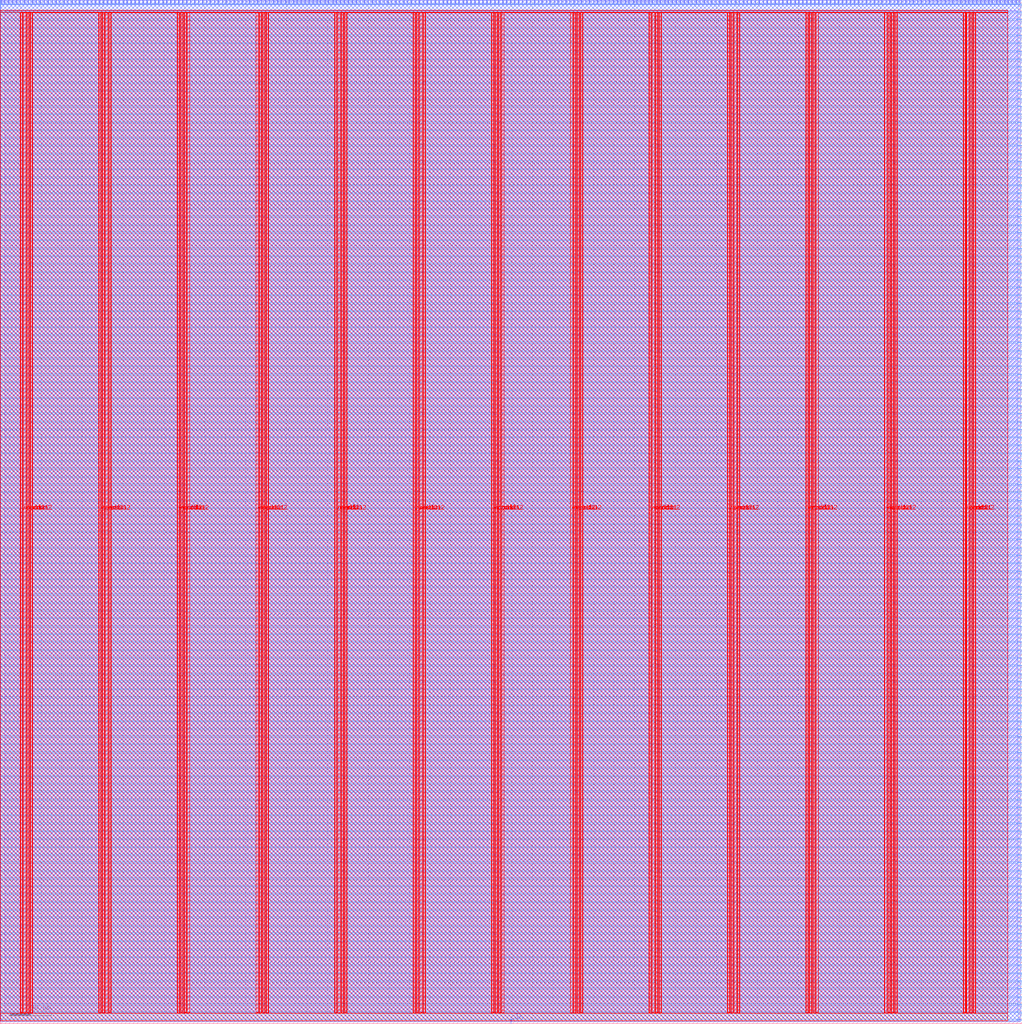
<source format=lef>
VERSION 5.7 ;
  NOWIREEXTENSIONATPIN ON ;
  DIVIDERCHAR "/" ;
  BUSBITCHARS "[]" ;
MACRO multiply_4
  CLASS BLOCK ;
  FOREIGN multiply_4 ;
  ORIGIN 0.000 0.000 ;
  SIZE 998.810 BY 1000.125 ;
  PIN clk
    DIRECTION INPUT ;
    USE SIGNAL ;
    PORT
      LAYER met2 ;
        RECT 498.920 0.000 499.200 4.000 ;
    END
  END clk
  PIN m_in[0]
    DIRECTION INPUT ;
    USE SIGNAL ;
    PORT
      LAYER met2 ;
        RECT 0.740 996.000 1.020 1000.000 ;
    END
  END m_in[0]
  PIN m_in[100]
    DIRECTION INPUT ;
    USE SIGNAL ;
    PORT
      LAYER met2 ;
        RECT 386.680 996.000 386.960 1000.000 ;
    END
  END m_in[100]
  PIN m_in[101]
    DIRECTION INPUT ;
    USE SIGNAL ;
    PORT
      LAYER met2 ;
        RECT 390.360 996.000 390.640 1000.000 ;
    END
  END m_in[101]
  PIN m_in[102]
    DIRECTION INPUT ;
    USE SIGNAL ;
    PORT
      LAYER met2 ;
        RECT 394.500 996.000 394.780 1000.000 ;
    END
  END m_in[102]
  PIN m_in[103]
    DIRECTION INPUT ;
    USE SIGNAL ;
    PORT
      LAYER met2 ;
        RECT 398.180 996.000 398.460 1000.000 ;
    END
  END m_in[103]
  PIN m_in[104]
    DIRECTION INPUT ;
    USE SIGNAL ;
    PORT
      LAYER met2 ;
        RECT 401.860 996.000 402.140 1000.000 ;
    END
  END m_in[104]
  PIN m_in[105]
    DIRECTION INPUT ;
    USE SIGNAL ;
    PORT
      LAYER met2 ;
        RECT 406.000 996.000 406.280 1000.000 ;
    END
  END m_in[105]
  PIN m_in[106]
    DIRECTION INPUT ;
    USE SIGNAL ;
    PORT
      LAYER met2 ;
        RECT 409.680 996.000 409.960 1000.000 ;
    END
  END m_in[106]
  PIN m_in[107]
    DIRECTION INPUT ;
    USE SIGNAL ;
    PORT
      LAYER met2 ;
        RECT 413.820 996.000 414.100 1000.000 ;
    END
  END m_in[107]
  PIN m_in[108]
    DIRECTION INPUT ;
    USE SIGNAL ;
    PORT
      LAYER met2 ;
        RECT 417.500 996.000 417.780 1000.000 ;
    END
  END m_in[108]
  PIN m_in[109]
    DIRECTION INPUT ;
    USE SIGNAL ;
    PORT
      LAYER met2 ;
        RECT 421.180 996.000 421.460 1000.000 ;
    END
  END m_in[109]
  PIN m_in[10]
    DIRECTION INPUT ;
    USE SIGNAL ;
    PORT
      LAYER met2 ;
        RECT 38.920 996.000 39.200 1000.000 ;
    END
  END m_in[10]
  PIN m_in[110]
    DIRECTION INPUT ;
    USE SIGNAL ;
    PORT
      LAYER met2 ;
        RECT 425.320 996.000 425.600 1000.000 ;
    END
  END m_in[110]
  PIN m_in[111]
    DIRECTION INPUT ;
    USE SIGNAL ;
    PORT
      LAYER met2 ;
        RECT 429.000 996.000 429.280 1000.000 ;
    END
  END m_in[111]
  PIN m_in[112]
    DIRECTION INPUT ;
    USE SIGNAL ;
    PORT
      LAYER met2 ;
        RECT 433.140 996.000 433.420 1000.000 ;
    END
  END m_in[112]
  PIN m_in[113]
    DIRECTION INPUT ;
    USE SIGNAL ;
    PORT
      LAYER met2 ;
        RECT 436.820 996.000 437.100 1000.000 ;
    END
  END m_in[113]
  PIN m_in[114]
    DIRECTION INPUT ;
    USE SIGNAL ;
    PORT
      LAYER met2 ;
        RECT 440.500 996.000 440.780 1000.000 ;
    END
  END m_in[114]
  PIN m_in[115]
    DIRECTION INPUT ;
    USE SIGNAL ;
    PORT
      LAYER met2 ;
        RECT 444.640 996.000 444.920 1000.000 ;
    END
  END m_in[115]
  PIN m_in[116]
    DIRECTION INPUT ;
    USE SIGNAL ;
    PORT
      LAYER met2 ;
        RECT 448.320 996.000 448.600 1000.000 ;
    END
  END m_in[116]
  PIN m_in[117]
    DIRECTION INPUT ;
    USE SIGNAL ;
    PORT
      LAYER met2 ;
        RECT 452.460 996.000 452.740 1000.000 ;
    END
  END m_in[117]
  PIN m_in[118]
    DIRECTION INPUT ;
    USE SIGNAL ;
    PORT
      LAYER met2 ;
        RECT 456.140 996.000 456.420 1000.000 ;
    END
  END m_in[118]
  PIN m_in[119]
    DIRECTION INPUT ;
    USE SIGNAL ;
    PORT
      LAYER met2 ;
        RECT 459.820 996.000 460.100 1000.000 ;
    END
  END m_in[119]
  PIN m_in[11]
    DIRECTION INPUT ;
    USE SIGNAL ;
    PORT
      LAYER met2 ;
        RECT 43.060 996.000 43.340 1000.000 ;
    END
  END m_in[11]
  PIN m_in[120]
    DIRECTION INPUT ;
    USE SIGNAL ;
    PORT
      LAYER met2 ;
        RECT 463.960 996.000 464.240 1000.000 ;
    END
  END m_in[120]
  PIN m_in[121]
    DIRECTION INPUT ;
    USE SIGNAL ;
    PORT
      LAYER met2 ;
        RECT 467.640 996.000 467.920 1000.000 ;
    END
  END m_in[121]
  PIN m_in[122]
    DIRECTION INPUT ;
    USE SIGNAL ;
    PORT
      LAYER met2 ;
        RECT 471.780 996.000 472.060 1000.000 ;
    END
  END m_in[122]
  PIN m_in[123]
    DIRECTION INPUT ;
    USE SIGNAL ;
    PORT
      LAYER met2 ;
        RECT 475.460 996.000 475.740 1000.000 ;
    END
  END m_in[123]
  PIN m_in[124]
    DIRECTION INPUT ;
    USE SIGNAL ;
    PORT
      LAYER met2 ;
        RECT 479.140 996.000 479.420 1000.000 ;
    END
  END m_in[124]
  PIN m_in[125]
    DIRECTION INPUT ;
    USE SIGNAL ;
    PORT
      LAYER met2 ;
        RECT 483.280 996.000 483.560 1000.000 ;
    END
  END m_in[125]
  PIN m_in[126]
    DIRECTION INPUT ;
    USE SIGNAL ;
    PORT
      LAYER met2 ;
        RECT 486.960 996.000 487.240 1000.000 ;
    END
  END m_in[126]
  PIN m_in[127]
    DIRECTION INPUT ;
    USE SIGNAL ;
    PORT
      LAYER met2 ;
        RECT 491.100 996.000 491.380 1000.000 ;
    END
  END m_in[127]
  PIN m_in[128]
    DIRECTION INPUT ;
    USE SIGNAL ;
    PORT
      LAYER met2 ;
        RECT 494.780 996.000 495.060 1000.000 ;
    END
  END m_in[128]
  PIN m_in[129]
    DIRECTION INPUT ;
    USE SIGNAL ;
    PORT
      LAYER met2 ;
        RECT 498.460 996.000 498.740 1000.000 ;
    END
  END m_in[129]
  PIN m_in[12]
    DIRECTION INPUT ;
    USE SIGNAL ;
    PORT
      LAYER met2 ;
        RECT 46.740 996.000 47.020 1000.000 ;
    END
  END m_in[12]
  PIN m_in[130]
    DIRECTION INPUT ;
    USE SIGNAL ;
    PORT
      LAYER met2 ;
        RECT 502.600 996.000 502.880 1000.000 ;
    END
  END m_in[130]
  PIN m_in[131]
    DIRECTION INPUT ;
    USE SIGNAL ;
    PORT
      LAYER met2 ;
        RECT 506.280 996.000 506.560 1000.000 ;
    END
  END m_in[131]
  PIN m_in[132]
    DIRECTION INPUT ;
    USE SIGNAL ;
    PORT
      LAYER met2 ;
        RECT 509.960 996.000 510.240 1000.000 ;
    END
  END m_in[132]
  PIN m_in[133]
    DIRECTION INPUT ;
    USE SIGNAL ;
    PORT
      LAYER met2 ;
        RECT 514.100 996.000 514.380 1000.000 ;
    END
  END m_in[133]
  PIN m_in[134]
    DIRECTION INPUT ;
    USE SIGNAL ;
    PORT
      LAYER met2 ;
        RECT 517.780 996.000 518.060 1000.000 ;
    END
  END m_in[134]
  PIN m_in[135]
    DIRECTION INPUT ;
    USE SIGNAL ;
    PORT
      LAYER met2 ;
        RECT 521.920 996.000 522.200 1000.000 ;
    END
  END m_in[135]
  PIN m_in[136]
    DIRECTION INPUT ;
    USE SIGNAL ;
    PORT
      LAYER met2 ;
        RECT 525.600 996.000 525.880 1000.000 ;
    END
  END m_in[136]
  PIN m_in[137]
    DIRECTION INPUT ;
    USE SIGNAL ;
    PORT
      LAYER met2 ;
        RECT 529.280 996.000 529.560 1000.000 ;
    END
  END m_in[137]
  PIN m_in[138]
    DIRECTION INPUT ;
    USE SIGNAL ;
    PORT
      LAYER met2 ;
        RECT 533.420 996.000 533.700 1000.000 ;
    END
  END m_in[138]
  PIN m_in[139]
    DIRECTION INPUT ;
    USE SIGNAL ;
    PORT
      LAYER met2 ;
        RECT 537.100 996.000 537.380 1000.000 ;
    END
  END m_in[139]
  PIN m_in[13]
    DIRECTION INPUT ;
    USE SIGNAL ;
    PORT
      LAYER met2 ;
        RECT 50.880 996.000 51.160 1000.000 ;
    END
  END m_in[13]
  PIN m_in[140]
    DIRECTION INPUT ;
    USE SIGNAL ;
    PORT
      LAYER met2 ;
        RECT 541.240 996.000 541.520 1000.000 ;
    END
  END m_in[140]
  PIN m_in[141]
    DIRECTION INPUT ;
    USE SIGNAL ;
    PORT
      LAYER met2 ;
        RECT 544.920 996.000 545.200 1000.000 ;
    END
  END m_in[141]
  PIN m_in[142]
    DIRECTION INPUT ;
    USE SIGNAL ;
    PORT
      LAYER met2 ;
        RECT 548.600 996.000 548.880 1000.000 ;
    END
  END m_in[142]
  PIN m_in[143]
    DIRECTION INPUT ;
    USE SIGNAL ;
    PORT
      LAYER met2 ;
        RECT 552.740 996.000 553.020 1000.000 ;
    END
  END m_in[143]
  PIN m_in[144]
    DIRECTION INPUT ;
    USE SIGNAL ;
    PORT
      LAYER met2 ;
        RECT 556.420 996.000 556.700 1000.000 ;
    END
  END m_in[144]
  PIN m_in[145]
    DIRECTION INPUT ;
    USE SIGNAL ;
    PORT
      LAYER met2 ;
        RECT 560.560 996.000 560.840 1000.000 ;
    END
  END m_in[145]
  PIN m_in[146]
    DIRECTION INPUT ;
    USE SIGNAL ;
    PORT
      LAYER met2 ;
        RECT 564.240 996.000 564.520 1000.000 ;
    END
  END m_in[146]
  PIN m_in[147]
    DIRECTION INPUT ;
    USE SIGNAL ;
    PORT
      LAYER met2 ;
        RECT 567.920 996.000 568.200 1000.000 ;
    END
  END m_in[147]
  PIN m_in[148]
    DIRECTION INPUT ;
    USE SIGNAL ;
    PORT
      LAYER met2 ;
        RECT 572.060 996.000 572.340 1000.000 ;
    END
  END m_in[148]
  PIN m_in[149]
    DIRECTION INPUT ;
    USE SIGNAL ;
    PORT
      LAYER met2 ;
        RECT 575.740 996.000 576.020 1000.000 ;
    END
  END m_in[149]
  PIN m_in[14]
    DIRECTION INPUT ;
    USE SIGNAL ;
    PORT
      LAYER met2 ;
        RECT 54.560 996.000 54.840 1000.000 ;
    END
  END m_in[14]
  PIN m_in[150]
    DIRECTION INPUT ;
    USE SIGNAL ;
    PORT
      LAYER met2 ;
        RECT 579.880 996.000 580.160 1000.000 ;
    END
  END m_in[150]
  PIN m_in[151]
    DIRECTION INPUT ;
    USE SIGNAL ;
    PORT
      LAYER met2 ;
        RECT 583.560 996.000 583.840 1000.000 ;
    END
  END m_in[151]
  PIN m_in[152]
    DIRECTION INPUT ;
    USE SIGNAL ;
    PORT
      LAYER met2 ;
        RECT 587.240 996.000 587.520 1000.000 ;
    END
  END m_in[152]
  PIN m_in[153]
    DIRECTION INPUT ;
    USE SIGNAL ;
    PORT
      LAYER met2 ;
        RECT 591.380 996.000 591.660 1000.000 ;
    END
  END m_in[153]
  PIN m_in[154]
    DIRECTION INPUT ;
    USE SIGNAL ;
    PORT
      LAYER met2 ;
        RECT 595.060 996.000 595.340 1000.000 ;
    END
  END m_in[154]
  PIN m_in[155]
    DIRECTION INPUT ;
    USE SIGNAL ;
    PORT
      LAYER met2 ;
        RECT 599.200 996.000 599.480 1000.000 ;
    END
  END m_in[155]
  PIN m_in[156]
    DIRECTION INPUT ;
    USE SIGNAL ;
    PORT
      LAYER met2 ;
        RECT 602.880 996.000 603.160 1000.000 ;
    END
  END m_in[156]
  PIN m_in[157]
    DIRECTION INPUT ;
    USE SIGNAL ;
    PORT
      LAYER met2 ;
        RECT 606.560 996.000 606.840 1000.000 ;
    END
  END m_in[157]
  PIN m_in[158]
    DIRECTION INPUT ;
    USE SIGNAL ;
    PORT
      LAYER met2 ;
        RECT 610.700 996.000 610.980 1000.000 ;
    END
  END m_in[158]
  PIN m_in[159]
    DIRECTION INPUT ;
    USE SIGNAL ;
    PORT
      LAYER met2 ;
        RECT 614.380 996.000 614.660 1000.000 ;
    END
  END m_in[159]
  PIN m_in[15]
    DIRECTION INPUT ;
    USE SIGNAL ;
    PORT
      LAYER met2 ;
        RECT 58.240 996.000 58.520 1000.000 ;
    END
  END m_in[15]
  PIN m_in[160]
    DIRECTION INPUT ;
    USE SIGNAL ;
    PORT
      LAYER met2 ;
        RECT 618.520 996.000 618.800 1000.000 ;
    END
  END m_in[160]
  PIN m_in[161]
    DIRECTION INPUT ;
    USE SIGNAL ;
    PORT
      LAYER met2 ;
        RECT 622.200 996.000 622.480 1000.000 ;
    END
  END m_in[161]
  PIN m_in[162]
    DIRECTION INPUT ;
    USE SIGNAL ;
    PORT
      LAYER met2 ;
        RECT 625.880 996.000 626.160 1000.000 ;
    END
  END m_in[162]
  PIN m_in[163]
    DIRECTION INPUT ;
    USE SIGNAL ;
    PORT
      LAYER met2 ;
        RECT 630.020 996.000 630.300 1000.000 ;
    END
  END m_in[163]
  PIN m_in[164]
    DIRECTION INPUT ;
    USE SIGNAL ;
    PORT
      LAYER met2 ;
        RECT 633.700 996.000 633.980 1000.000 ;
    END
  END m_in[164]
  PIN m_in[165]
    DIRECTION INPUT ;
    USE SIGNAL ;
    PORT
      LAYER met2 ;
        RECT 637.380 996.000 637.660 1000.000 ;
    END
  END m_in[165]
  PIN m_in[166]
    DIRECTION INPUT ;
    USE SIGNAL ;
    PORT
      LAYER met2 ;
        RECT 641.520 996.000 641.800 1000.000 ;
    END
  END m_in[166]
  PIN m_in[167]
    DIRECTION INPUT ;
    USE SIGNAL ;
    PORT
      LAYER met2 ;
        RECT 645.200 996.000 645.480 1000.000 ;
    END
  END m_in[167]
  PIN m_in[168]
    DIRECTION INPUT ;
    USE SIGNAL ;
    PORT
      LAYER met2 ;
        RECT 649.340 996.000 649.620 1000.000 ;
    END
  END m_in[168]
  PIN m_in[169]
    DIRECTION INPUT ;
    USE SIGNAL ;
    PORT
      LAYER met2 ;
        RECT 653.020 996.000 653.300 1000.000 ;
    END
  END m_in[169]
  PIN m_in[16]
    DIRECTION INPUT ;
    USE SIGNAL ;
    PORT
      LAYER met2 ;
        RECT 62.380 996.000 62.660 1000.000 ;
    END
  END m_in[16]
  PIN m_in[170]
    DIRECTION INPUT ;
    USE SIGNAL ;
    PORT
      LAYER met2 ;
        RECT 656.700 996.000 656.980 1000.000 ;
    END
  END m_in[170]
  PIN m_in[171]
    DIRECTION INPUT ;
    USE SIGNAL ;
    PORT
      LAYER met2 ;
        RECT 660.840 996.000 661.120 1000.000 ;
    END
  END m_in[171]
  PIN m_in[172]
    DIRECTION INPUT ;
    USE SIGNAL ;
    PORT
      LAYER met2 ;
        RECT 664.520 996.000 664.800 1000.000 ;
    END
  END m_in[172]
  PIN m_in[173]
    DIRECTION INPUT ;
    USE SIGNAL ;
    PORT
      LAYER met2 ;
        RECT 668.660 996.000 668.940 1000.000 ;
    END
  END m_in[173]
  PIN m_in[174]
    DIRECTION INPUT ;
    USE SIGNAL ;
    PORT
      LAYER met2 ;
        RECT 672.340 996.000 672.620 1000.000 ;
    END
  END m_in[174]
  PIN m_in[175]
    DIRECTION INPUT ;
    USE SIGNAL ;
    PORT
      LAYER met2 ;
        RECT 676.020 996.000 676.300 1000.000 ;
    END
  END m_in[175]
  PIN m_in[176]
    DIRECTION INPUT ;
    USE SIGNAL ;
    PORT
      LAYER met2 ;
        RECT 680.160 996.000 680.440 1000.000 ;
    END
  END m_in[176]
  PIN m_in[177]
    DIRECTION INPUT ;
    USE SIGNAL ;
    PORT
      LAYER met2 ;
        RECT 683.840 996.000 684.120 1000.000 ;
    END
  END m_in[177]
  PIN m_in[178]
    DIRECTION INPUT ;
    USE SIGNAL ;
    PORT
      LAYER met2 ;
        RECT 687.980 996.000 688.260 1000.000 ;
    END
  END m_in[178]
  PIN m_in[179]
    DIRECTION INPUT ;
    USE SIGNAL ;
    PORT
      LAYER met2 ;
        RECT 691.660 996.000 691.940 1000.000 ;
    END
  END m_in[179]
  PIN m_in[17]
    DIRECTION INPUT ;
    USE SIGNAL ;
    PORT
      LAYER met2 ;
        RECT 66.060 996.000 66.340 1000.000 ;
    END
  END m_in[17]
  PIN m_in[180]
    DIRECTION INPUT ;
    USE SIGNAL ;
    PORT
      LAYER met2 ;
        RECT 695.340 996.000 695.620 1000.000 ;
    END
  END m_in[180]
  PIN m_in[181]
    DIRECTION INPUT ;
    USE SIGNAL ;
    PORT
      LAYER met2 ;
        RECT 699.480 996.000 699.760 1000.000 ;
    END
  END m_in[181]
  PIN m_in[182]
    DIRECTION INPUT ;
    USE SIGNAL ;
    PORT
      LAYER met2 ;
        RECT 703.160 996.000 703.440 1000.000 ;
    END
  END m_in[182]
  PIN m_in[183]
    DIRECTION INPUT ;
    USE SIGNAL ;
    PORT
      LAYER met2 ;
        RECT 707.300 996.000 707.580 1000.000 ;
    END
  END m_in[183]
  PIN m_in[184]
    DIRECTION INPUT ;
    USE SIGNAL ;
    PORT
      LAYER met2 ;
        RECT 710.980 996.000 711.260 1000.000 ;
    END
  END m_in[184]
  PIN m_in[185]
    DIRECTION INPUT ;
    USE SIGNAL ;
    PORT
      LAYER met2 ;
        RECT 714.660 996.000 714.940 1000.000 ;
    END
  END m_in[185]
  PIN m_in[186]
    DIRECTION INPUT ;
    USE SIGNAL ;
    PORT
      LAYER met2 ;
        RECT 718.800 996.000 719.080 1000.000 ;
    END
  END m_in[186]
  PIN m_in[187]
    DIRECTION INPUT ;
    USE SIGNAL ;
    PORT
      LAYER met2 ;
        RECT 722.480 996.000 722.760 1000.000 ;
    END
  END m_in[187]
  PIN m_in[188]
    DIRECTION INPUT ;
    USE SIGNAL ;
    PORT
      LAYER met2 ;
        RECT 726.620 996.000 726.900 1000.000 ;
    END
  END m_in[188]
  PIN m_in[189]
    DIRECTION INPUT ;
    USE SIGNAL ;
    PORT
      LAYER met2 ;
        RECT 730.300 996.000 730.580 1000.000 ;
    END
  END m_in[189]
  PIN m_in[18]
    DIRECTION INPUT ;
    USE SIGNAL ;
    PORT
      LAYER met2 ;
        RECT 70.200 996.000 70.480 1000.000 ;
    END
  END m_in[18]
  PIN m_in[190]
    DIRECTION INPUT ;
    USE SIGNAL ;
    PORT
      LAYER met2 ;
        RECT 733.980 996.000 734.260 1000.000 ;
    END
  END m_in[190]
  PIN m_in[191]
    DIRECTION INPUT ;
    USE SIGNAL ;
    PORT
      LAYER met2 ;
        RECT 738.120 996.000 738.400 1000.000 ;
    END
  END m_in[191]
  PIN m_in[192]
    DIRECTION INPUT ;
    USE SIGNAL ;
    PORT
      LAYER met2 ;
        RECT 741.800 996.000 742.080 1000.000 ;
    END
  END m_in[192]
  PIN m_in[193]
    DIRECTION INPUT ;
    USE SIGNAL ;
    PORT
      LAYER met2 ;
        RECT 745.940 996.000 746.220 1000.000 ;
    END
  END m_in[193]
  PIN m_in[194]
    DIRECTION INPUT ;
    USE SIGNAL ;
    PORT
      LAYER met2 ;
        RECT 749.620 996.000 749.900 1000.000 ;
    END
  END m_in[194]
  PIN m_in[195]
    DIRECTION INPUT ;
    USE SIGNAL ;
    PORT
      LAYER met2 ;
        RECT 753.300 996.000 753.580 1000.000 ;
    END
  END m_in[195]
  PIN m_in[196]
    DIRECTION INPUT ;
    USE SIGNAL ;
    PORT
      LAYER met2 ;
        RECT 757.440 996.000 757.720 1000.000 ;
    END
  END m_in[196]
  PIN m_in[197]
    DIRECTION INPUT ;
    USE SIGNAL ;
    PORT
      LAYER met2 ;
        RECT 761.120 996.000 761.400 1000.000 ;
    END
  END m_in[197]
  PIN m_in[198]
    DIRECTION INPUT ;
    USE SIGNAL ;
    PORT
      LAYER met2 ;
        RECT 764.800 996.000 765.080 1000.000 ;
    END
  END m_in[198]
  PIN m_in[199]
    DIRECTION INPUT ;
    USE SIGNAL ;
    PORT
      LAYER met2 ;
        RECT 768.940 996.000 769.220 1000.000 ;
    END
  END m_in[199]
  PIN m_in[19]
    DIRECTION INPUT ;
    USE SIGNAL ;
    PORT
      LAYER met2 ;
        RECT 73.880 996.000 74.160 1000.000 ;
    END
  END m_in[19]
  PIN m_in[1]
    DIRECTION INPUT ;
    USE SIGNAL ;
    PORT
      LAYER met2 ;
        RECT 4.420 996.000 4.700 1000.000 ;
    END
  END m_in[1]
  PIN m_in[200]
    DIRECTION INPUT ;
    USE SIGNAL ;
    PORT
      LAYER met2 ;
        RECT 772.620 996.000 772.900 1000.000 ;
    END
  END m_in[200]
  PIN m_in[201]
    DIRECTION INPUT ;
    USE SIGNAL ;
    PORT
      LAYER met2 ;
        RECT 776.760 996.000 777.040 1000.000 ;
    END
  END m_in[201]
  PIN m_in[202]
    DIRECTION INPUT ;
    USE SIGNAL ;
    PORT
      LAYER met2 ;
        RECT 780.440 996.000 780.720 1000.000 ;
    END
  END m_in[202]
  PIN m_in[203]
    DIRECTION INPUT ;
    USE SIGNAL ;
    PORT
      LAYER met2 ;
        RECT 784.120 996.000 784.400 1000.000 ;
    END
  END m_in[203]
  PIN m_in[204]
    DIRECTION INPUT ;
    USE SIGNAL ;
    PORT
      LAYER met2 ;
        RECT 788.260 996.000 788.540 1000.000 ;
    END
  END m_in[204]
  PIN m_in[205]
    DIRECTION INPUT ;
    USE SIGNAL ;
    PORT
      LAYER met2 ;
        RECT 791.940 996.000 792.220 1000.000 ;
    END
  END m_in[205]
  PIN m_in[206]
    DIRECTION INPUT ;
    USE SIGNAL ;
    PORT
      LAYER met2 ;
        RECT 796.080 996.000 796.360 1000.000 ;
    END
  END m_in[206]
  PIN m_in[207]
    DIRECTION INPUT ;
    USE SIGNAL ;
    PORT
      LAYER met2 ;
        RECT 799.760 996.000 800.040 1000.000 ;
    END
  END m_in[207]
  PIN m_in[208]
    DIRECTION INPUT ;
    USE SIGNAL ;
    PORT
      LAYER met2 ;
        RECT 803.440 996.000 803.720 1000.000 ;
    END
  END m_in[208]
  PIN m_in[209]
    DIRECTION INPUT ;
    USE SIGNAL ;
    PORT
      LAYER met2 ;
        RECT 807.580 996.000 807.860 1000.000 ;
    END
  END m_in[209]
  PIN m_in[20]
    DIRECTION INPUT ;
    USE SIGNAL ;
    PORT
      LAYER met2 ;
        RECT 77.560 996.000 77.840 1000.000 ;
    END
  END m_in[20]
  PIN m_in[210]
    DIRECTION INPUT ;
    USE SIGNAL ;
    PORT
      LAYER met2 ;
        RECT 811.260 996.000 811.540 1000.000 ;
    END
  END m_in[210]
  PIN m_in[211]
    DIRECTION INPUT ;
    USE SIGNAL ;
    PORT
      LAYER met2 ;
        RECT 815.400 996.000 815.680 1000.000 ;
    END
  END m_in[211]
  PIN m_in[212]
    DIRECTION INPUT ;
    USE SIGNAL ;
    PORT
      LAYER met2 ;
        RECT 819.080 996.000 819.360 1000.000 ;
    END
  END m_in[212]
  PIN m_in[213]
    DIRECTION INPUT ;
    USE SIGNAL ;
    PORT
      LAYER met2 ;
        RECT 822.760 996.000 823.040 1000.000 ;
    END
  END m_in[213]
  PIN m_in[214]
    DIRECTION INPUT ;
    USE SIGNAL ;
    PORT
      LAYER met2 ;
        RECT 826.900 996.000 827.180 1000.000 ;
    END
  END m_in[214]
  PIN m_in[215]
    DIRECTION INPUT ;
    USE SIGNAL ;
    PORT
      LAYER met2 ;
        RECT 830.580 996.000 830.860 1000.000 ;
    END
  END m_in[215]
  PIN m_in[216]
    DIRECTION INPUT ;
    USE SIGNAL ;
    PORT
      LAYER met2 ;
        RECT 834.720 996.000 835.000 1000.000 ;
    END
  END m_in[216]
  PIN m_in[217]
    DIRECTION INPUT ;
    USE SIGNAL ;
    PORT
      LAYER met2 ;
        RECT 838.400 996.000 838.680 1000.000 ;
    END
  END m_in[217]
  PIN m_in[218]
    DIRECTION INPUT ;
    USE SIGNAL ;
    PORT
      LAYER met2 ;
        RECT 842.080 996.000 842.360 1000.000 ;
    END
  END m_in[218]
  PIN m_in[219]
    DIRECTION INPUT ;
    USE SIGNAL ;
    PORT
      LAYER met2 ;
        RECT 846.220 996.000 846.500 1000.000 ;
    END
  END m_in[219]
  PIN m_in[21]
    DIRECTION INPUT ;
    USE SIGNAL ;
    PORT
      LAYER met2 ;
        RECT 81.700 996.000 81.980 1000.000 ;
    END
  END m_in[21]
  PIN m_in[220]
    DIRECTION INPUT ;
    USE SIGNAL ;
    PORT
      LAYER met2 ;
        RECT 849.900 996.000 850.180 1000.000 ;
    END
  END m_in[220]
  PIN m_in[221]
    DIRECTION INPUT ;
    USE SIGNAL ;
    PORT
      LAYER met2 ;
        RECT 854.040 996.000 854.320 1000.000 ;
    END
  END m_in[221]
  PIN m_in[222]
    DIRECTION INPUT ;
    USE SIGNAL ;
    PORT
      LAYER met2 ;
        RECT 857.720 996.000 858.000 1000.000 ;
    END
  END m_in[222]
  PIN m_in[223]
    DIRECTION INPUT ;
    USE SIGNAL ;
    PORT
      LAYER met2 ;
        RECT 861.400 996.000 861.680 1000.000 ;
    END
  END m_in[223]
  PIN m_in[224]
    DIRECTION INPUT ;
    USE SIGNAL ;
    PORT
      LAYER met2 ;
        RECT 865.540 996.000 865.820 1000.000 ;
    END
  END m_in[224]
  PIN m_in[225]
    DIRECTION INPUT ;
    USE SIGNAL ;
    PORT
      LAYER met2 ;
        RECT 869.220 996.000 869.500 1000.000 ;
    END
  END m_in[225]
  PIN m_in[226]
    DIRECTION INPUT ;
    USE SIGNAL ;
    PORT
      LAYER met2 ;
        RECT 873.360 996.000 873.640 1000.000 ;
    END
  END m_in[226]
  PIN m_in[227]
    DIRECTION INPUT ;
    USE SIGNAL ;
    PORT
      LAYER met2 ;
        RECT 877.040 996.000 877.320 1000.000 ;
    END
  END m_in[227]
  PIN m_in[228]
    DIRECTION INPUT ;
    USE SIGNAL ;
    PORT
      LAYER met2 ;
        RECT 880.720 996.000 881.000 1000.000 ;
    END
  END m_in[228]
  PIN m_in[229]
    DIRECTION INPUT ;
    USE SIGNAL ;
    PORT
      LAYER met2 ;
        RECT 884.860 996.000 885.140 1000.000 ;
    END
  END m_in[229]
  PIN m_in[22]
    DIRECTION INPUT ;
    USE SIGNAL ;
    PORT
      LAYER met2 ;
        RECT 85.380 996.000 85.660 1000.000 ;
    END
  END m_in[22]
  PIN m_in[230]
    DIRECTION INPUT ;
    USE SIGNAL ;
    PORT
      LAYER met2 ;
        RECT 888.540 996.000 888.820 1000.000 ;
    END
  END m_in[230]
  PIN m_in[231]
    DIRECTION INPUT ;
    USE SIGNAL ;
    PORT
      LAYER met2 ;
        RECT 892.220 996.000 892.500 1000.000 ;
    END
  END m_in[231]
  PIN m_in[232]
    DIRECTION INPUT ;
    USE SIGNAL ;
    PORT
      LAYER met2 ;
        RECT 896.360 996.000 896.640 1000.000 ;
    END
  END m_in[232]
  PIN m_in[233]
    DIRECTION INPUT ;
    USE SIGNAL ;
    PORT
      LAYER met2 ;
        RECT 900.040 996.000 900.320 1000.000 ;
    END
  END m_in[233]
  PIN m_in[234]
    DIRECTION INPUT ;
    USE SIGNAL ;
    PORT
      LAYER met2 ;
        RECT 904.180 996.000 904.460 1000.000 ;
    END
  END m_in[234]
  PIN m_in[235]
    DIRECTION INPUT ;
    USE SIGNAL ;
    PORT
      LAYER met2 ;
        RECT 907.860 996.000 908.140 1000.000 ;
    END
  END m_in[235]
  PIN m_in[236]
    DIRECTION INPUT ;
    USE SIGNAL ;
    PORT
      LAYER met2 ;
        RECT 911.540 996.000 911.820 1000.000 ;
    END
  END m_in[236]
  PIN m_in[237]
    DIRECTION INPUT ;
    USE SIGNAL ;
    PORT
      LAYER met2 ;
        RECT 915.680 996.000 915.960 1000.000 ;
    END
  END m_in[237]
  PIN m_in[238]
    DIRECTION INPUT ;
    USE SIGNAL ;
    PORT
      LAYER met2 ;
        RECT 919.360 996.000 919.640 1000.000 ;
    END
  END m_in[238]
  PIN m_in[239]
    DIRECTION INPUT ;
    USE SIGNAL ;
    PORT
      LAYER met2 ;
        RECT 923.500 996.000 923.780 1000.000 ;
    END
  END m_in[239]
  PIN m_in[23]
    DIRECTION INPUT ;
    USE SIGNAL ;
    PORT
      LAYER met2 ;
        RECT 89.520 996.000 89.800 1000.000 ;
    END
  END m_in[23]
  PIN m_in[240]
    DIRECTION INPUT ;
    USE SIGNAL ;
    PORT
      LAYER met2 ;
        RECT 927.180 996.000 927.460 1000.000 ;
    END
  END m_in[240]
  PIN m_in[241]
    DIRECTION INPUT ;
    USE SIGNAL ;
    PORT
      LAYER met2 ;
        RECT 930.860 996.000 931.140 1000.000 ;
    END
  END m_in[241]
  PIN m_in[242]
    DIRECTION INPUT ;
    USE SIGNAL ;
    PORT
      LAYER met2 ;
        RECT 935.000 996.000 935.280 1000.000 ;
    END
  END m_in[242]
  PIN m_in[243]
    DIRECTION INPUT ;
    USE SIGNAL ;
    PORT
      LAYER met2 ;
        RECT 938.680 996.000 938.960 1000.000 ;
    END
  END m_in[243]
  PIN m_in[244]
    DIRECTION INPUT ;
    USE SIGNAL ;
    PORT
      LAYER met2 ;
        RECT 942.820 996.000 943.100 1000.000 ;
    END
  END m_in[244]
  PIN m_in[245]
    DIRECTION INPUT ;
    USE SIGNAL ;
    PORT
      LAYER met2 ;
        RECT 946.500 996.000 946.780 1000.000 ;
    END
  END m_in[245]
  PIN m_in[246]
    DIRECTION INPUT ;
    USE SIGNAL ;
    PORT
      LAYER met2 ;
        RECT 950.180 996.000 950.460 1000.000 ;
    END
  END m_in[246]
  PIN m_in[247]
    DIRECTION INPUT ;
    USE SIGNAL ;
    PORT
      LAYER met2 ;
        RECT 954.320 996.000 954.600 1000.000 ;
    END
  END m_in[247]
  PIN m_in[248]
    DIRECTION INPUT ;
    USE SIGNAL ;
    PORT
      LAYER met2 ;
        RECT 958.000 996.000 958.280 1000.000 ;
    END
  END m_in[248]
  PIN m_in[249]
    DIRECTION INPUT ;
    USE SIGNAL ;
    PORT
      LAYER met2 ;
        RECT 962.140 996.000 962.420 1000.000 ;
    END
  END m_in[249]
  PIN m_in[24]
    DIRECTION INPUT ;
    USE SIGNAL ;
    PORT
      LAYER met2 ;
        RECT 93.200 996.000 93.480 1000.000 ;
    END
  END m_in[24]
  PIN m_in[250]
    DIRECTION INPUT ;
    USE SIGNAL ;
    PORT
      LAYER met2 ;
        RECT 965.820 996.000 966.100 1000.000 ;
    END
  END m_in[250]
  PIN m_in[251]
    DIRECTION INPUT ;
    USE SIGNAL ;
    PORT
      LAYER met2 ;
        RECT 969.500 996.000 969.780 1000.000 ;
    END
  END m_in[251]
  PIN m_in[252]
    DIRECTION INPUT ;
    USE SIGNAL ;
    PORT
      LAYER met2 ;
        RECT 973.640 996.000 973.920 1000.000 ;
    END
  END m_in[252]
  PIN m_in[253]
    DIRECTION INPUT ;
    USE SIGNAL ;
    PORT
      LAYER met2 ;
        RECT 977.320 996.000 977.600 1000.000 ;
    END
  END m_in[253]
  PIN m_in[254]
    DIRECTION INPUT ;
    USE SIGNAL ;
    PORT
      LAYER met2 ;
        RECT 981.460 996.000 981.740 1000.000 ;
    END
  END m_in[254]
  PIN m_in[255]
    DIRECTION INPUT ;
    USE SIGNAL ;
    PORT
      LAYER met2 ;
        RECT 985.140 996.000 985.420 1000.000 ;
    END
  END m_in[255]
  PIN m_in[256]
    DIRECTION INPUT ;
    USE SIGNAL ;
    PORT
      LAYER met2 ;
        RECT 988.820 996.000 989.100 1000.000 ;
    END
  END m_in[256]
  PIN m_in[257]
    DIRECTION INPUT ;
    USE SIGNAL ;
    PORT
      LAYER met2 ;
        RECT 992.960 996.000 993.240 1000.000 ;
    END
  END m_in[257]
  PIN m_in[258]
    DIRECTION INPUT ;
    USE SIGNAL ;
    PORT
      LAYER met2 ;
        RECT 996.640 996.000 996.920 1000.000 ;
    END
  END m_in[258]
  PIN m_in[25]
    DIRECTION INPUT ;
    USE SIGNAL ;
    PORT
      LAYER met2 ;
        RECT 96.880 996.000 97.160 1000.000 ;
    END
  END m_in[25]
  PIN m_in[26]
    DIRECTION INPUT ;
    USE SIGNAL ;
    PORT
      LAYER met2 ;
        RECT 101.020 996.000 101.300 1000.000 ;
    END
  END m_in[26]
  PIN m_in[27]
    DIRECTION INPUT ;
    USE SIGNAL ;
    PORT
      LAYER met2 ;
        RECT 104.700 996.000 104.980 1000.000 ;
    END
  END m_in[27]
  PIN m_in[28]
    DIRECTION INPUT ;
    USE SIGNAL ;
    PORT
      LAYER met2 ;
        RECT 108.840 996.000 109.120 1000.000 ;
    END
  END m_in[28]
  PIN m_in[29]
    DIRECTION INPUT ;
    USE SIGNAL ;
    PORT
      LAYER met2 ;
        RECT 112.520 996.000 112.800 1000.000 ;
    END
  END m_in[29]
  PIN m_in[2]
    DIRECTION INPUT ;
    USE SIGNAL ;
    PORT
      LAYER met2 ;
        RECT 8.100 996.000 8.380 1000.000 ;
    END
  END m_in[2]
  PIN m_in[30]
    DIRECTION INPUT ;
    USE SIGNAL ;
    PORT
      LAYER met2 ;
        RECT 116.200 996.000 116.480 1000.000 ;
    END
  END m_in[30]
  PIN m_in[31]
    DIRECTION INPUT ;
    USE SIGNAL ;
    PORT
      LAYER met2 ;
        RECT 120.340 996.000 120.620 1000.000 ;
    END
  END m_in[31]
  PIN m_in[32]
    DIRECTION INPUT ;
    USE SIGNAL ;
    PORT
      LAYER met2 ;
        RECT 124.020 996.000 124.300 1000.000 ;
    END
  END m_in[32]
  PIN m_in[33]
    DIRECTION INPUT ;
    USE SIGNAL ;
    PORT
      LAYER met2 ;
        RECT 127.700 996.000 127.980 1000.000 ;
    END
  END m_in[33]
  PIN m_in[34]
    DIRECTION INPUT ;
    USE SIGNAL ;
    PORT
      LAYER met2 ;
        RECT 131.840 996.000 132.120 1000.000 ;
    END
  END m_in[34]
  PIN m_in[35]
    DIRECTION INPUT ;
    USE SIGNAL ;
    PORT
      LAYER met2 ;
        RECT 135.520 996.000 135.800 1000.000 ;
    END
  END m_in[35]
  PIN m_in[36]
    DIRECTION INPUT ;
    USE SIGNAL ;
    PORT
      LAYER met2 ;
        RECT 139.660 996.000 139.940 1000.000 ;
    END
  END m_in[36]
  PIN m_in[37]
    DIRECTION INPUT ;
    USE SIGNAL ;
    PORT
      LAYER met2 ;
        RECT 143.340 996.000 143.620 1000.000 ;
    END
  END m_in[37]
  PIN m_in[38]
    DIRECTION INPUT ;
    USE SIGNAL ;
    PORT
      LAYER met2 ;
        RECT 147.020 996.000 147.300 1000.000 ;
    END
  END m_in[38]
  PIN m_in[39]
    DIRECTION INPUT ;
    USE SIGNAL ;
    PORT
      LAYER met2 ;
        RECT 151.160 996.000 151.440 1000.000 ;
    END
  END m_in[39]
  PIN m_in[3]
    DIRECTION INPUT ;
    USE SIGNAL ;
    PORT
      LAYER met2 ;
        RECT 12.240 996.000 12.520 1000.000 ;
    END
  END m_in[3]
  PIN m_in[40]
    DIRECTION INPUT ;
    USE SIGNAL ;
    PORT
      LAYER met2 ;
        RECT 154.840 996.000 155.120 1000.000 ;
    END
  END m_in[40]
  PIN m_in[41]
    DIRECTION INPUT ;
    USE SIGNAL ;
    PORT
      LAYER met2 ;
        RECT 158.980 996.000 159.260 1000.000 ;
    END
  END m_in[41]
  PIN m_in[42]
    DIRECTION INPUT ;
    USE SIGNAL ;
    PORT
      LAYER met2 ;
        RECT 162.660 996.000 162.940 1000.000 ;
    END
  END m_in[42]
  PIN m_in[43]
    DIRECTION INPUT ;
    USE SIGNAL ;
    PORT
      LAYER met2 ;
        RECT 166.340 996.000 166.620 1000.000 ;
    END
  END m_in[43]
  PIN m_in[44]
    DIRECTION INPUT ;
    USE SIGNAL ;
    PORT
      LAYER met2 ;
        RECT 170.480 996.000 170.760 1000.000 ;
    END
  END m_in[44]
  PIN m_in[45]
    DIRECTION INPUT ;
    USE SIGNAL ;
    PORT
      LAYER met2 ;
        RECT 174.160 996.000 174.440 1000.000 ;
    END
  END m_in[45]
  PIN m_in[46]
    DIRECTION INPUT ;
    USE SIGNAL ;
    PORT
      LAYER met2 ;
        RECT 178.300 996.000 178.580 1000.000 ;
    END
  END m_in[46]
  PIN m_in[47]
    DIRECTION INPUT ;
    USE SIGNAL ;
    PORT
      LAYER met2 ;
        RECT 181.980 996.000 182.260 1000.000 ;
    END
  END m_in[47]
  PIN m_in[48]
    DIRECTION INPUT ;
    USE SIGNAL ;
    PORT
      LAYER met2 ;
        RECT 185.660 996.000 185.940 1000.000 ;
    END
  END m_in[48]
  PIN m_in[49]
    DIRECTION INPUT ;
    USE SIGNAL ;
    PORT
      LAYER met2 ;
        RECT 189.800 996.000 190.080 1000.000 ;
    END
  END m_in[49]
  PIN m_in[4]
    DIRECTION INPUT ;
    USE SIGNAL ;
    PORT
      LAYER met2 ;
        RECT 15.920 996.000 16.200 1000.000 ;
    END
  END m_in[4]
  PIN m_in[50]
    DIRECTION INPUT ;
    USE SIGNAL ;
    PORT
      LAYER met2 ;
        RECT 193.480 996.000 193.760 1000.000 ;
    END
  END m_in[50]
  PIN m_in[51]
    DIRECTION INPUT ;
    USE SIGNAL ;
    PORT
      LAYER met2 ;
        RECT 197.620 996.000 197.900 1000.000 ;
    END
  END m_in[51]
  PIN m_in[52]
    DIRECTION INPUT ;
    USE SIGNAL ;
    PORT
      LAYER met2 ;
        RECT 201.300 996.000 201.580 1000.000 ;
    END
  END m_in[52]
  PIN m_in[53]
    DIRECTION INPUT ;
    USE SIGNAL ;
    PORT
      LAYER met2 ;
        RECT 204.980 996.000 205.260 1000.000 ;
    END
  END m_in[53]
  PIN m_in[54]
    DIRECTION INPUT ;
    USE SIGNAL ;
    PORT
      LAYER met2 ;
        RECT 209.120 996.000 209.400 1000.000 ;
    END
  END m_in[54]
  PIN m_in[55]
    DIRECTION INPUT ;
    USE SIGNAL ;
    PORT
      LAYER met2 ;
        RECT 212.800 996.000 213.080 1000.000 ;
    END
  END m_in[55]
  PIN m_in[56]
    DIRECTION INPUT ;
    USE SIGNAL ;
    PORT
      LAYER met2 ;
        RECT 216.940 996.000 217.220 1000.000 ;
    END
  END m_in[56]
  PIN m_in[57]
    DIRECTION INPUT ;
    USE SIGNAL ;
    PORT
      LAYER met2 ;
        RECT 220.620 996.000 220.900 1000.000 ;
    END
  END m_in[57]
  PIN m_in[58]
    DIRECTION INPUT ;
    USE SIGNAL ;
    PORT
      LAYER met2 ;
        RECT 224.300 996.000 224.580 1000.000 ;
    END
  END m_in[58]
  PIN m_in[59]
    DIRECTION INPUT ;
    USE SIGNAL ;
    PORT
      LAYER met2 ;
        RECT 228.440 996.000 228.720 1000.000 ;
    END
  END m_in[59]
  PIN m_in[5]
    DIRECTION INPUT ;
    USE SIGNAL ;
    PORT
      LAYER met2 ;
        RECT 19.600 996.000 19.880 1000.000 ;
    END
  END m_in[5]
  PIN m_in[60]
    DIRECTION INPUT ;
    USE SIGNAL ;
    PORT
      LAYER met2 ;
        RECT 232.120 996.000 232.400 1000.000 ;
    END
  END m_in[60]
  PIN m_in[61]
    DIRECTION INPUT ;
    USE SIGNAL ;
    PORT
      LAYER met2 ;
        RECT 236.260 996.000 236.540 1000.000 ;
    END
  END m_in[61]
  PIN m_in[62]
    DIRECTION INPUT ;
    USE SIGNAL ;
    PORT
      LAYER met2 ;
        RECT 239.940 996.000 240.220 1000.000 ;
    END
  END m_in[62]
  PIN m_in[63]
    DIRECTION INPUT ;
    USE SIGNAL ;
    PORT
      LAYER met2 ;
        RECT 243.620 996.000 243.900 1000.000 ;
    END
  END m_in[63]
  PIN m_in[64]
    DIRECTION INPUT ;
    USE SIGNAL ;
    PORT
      LAYER met2 ;
        RECT 247.760 996.000 248.040 1000.000 ;
    END
  END m_in[64]
  PIN m_in[65]
    DIRECTION INPUT ;
    USE SIGNAL ;
    PORT
      LAYER met2 ;
        RECT 251.440 996.000 251.720 1000.000 ;
    END
  END m_in[65]
  PIN m_in[66]
    DIRECTION INPUT ;
    USE SIGNAL ;
    PORT
      LAYER met2 ;
        RECT 255.120 996.000 255.400 1000.000 ;
    END
  END m_in[66]
  PIN m_in[67]
    DIRECTION INPUT ;
    USE SIGNAL ;
    PORT
      LAYER met2 ;
        RECT 259.260 996.000 259.540 1000.000 ;
    END
  END m_in[67]
  PIN m_in[68]
    DIRECTION INPUT ;
    USE SIGNAL ;
    PORT
      LAYER met2 ;
        RECT 262.940 996.000 263.220 1000.000 ;
    END
  END m_in[68]
  PIN m_in[69]
    DIRECTION INPUT ;
    USE SIGNAL ;
    PORT
      LAYER met2 ;
        RECT 267.080 996.000 267.360 1000.000 ;
    END
  END m_in[69]
  PIN m_in[6]
    DIRECTION INPUT ;
    USE SIGNAL ;
    PORT
      LAYER met2 ;
        RECT 23.740 996.000 24.020 1000.000 ;
    END
  END m_in[6]
  PIN m_in[70]
    DIRECTION INPUT ;
    USE SIGNAL ;
    PORT
      LAYER met2 ;
        RECT 270.760 996.000 271.040 1000.000 ;
    END
  END m_in[70]
  PIN m_in[71]
    DIRECTION INPUT ;
    USE SIGNAL ;
    PORT
      LAYER met2 ;
        RECT 274.440 996.000 274.720 1000.000 ;
    END
  END m_in[71]
  PIN m_in[72]
    DIRECTION INPUT ;
    USE SIGNAL ;
    PORT
      LAYER met2 ;
        RECT 278.580 996.000 278.860 1000.000 ;
    END
  END m_in[72]
  PIN m_in[73]
    DIRECTION INPUT ;
    USE SIGNAL ;
    PORT
      LAYER met2 ;
        RECT 282.260 996.000 282.540 1000.000 ;
    END
  END m_in[73]
  PIN m_in[74]
    DIRECTION INPUT ;
    USE SIGNAL ;
    PORT
      LAYER met2 ;
        RECT 286.400 996.000 286.680 1000.000 ;
    END
  END m_in[74]
  PIN m_in[75]
    DIRECTION INPUT ;
    USE SIGNAL ;
    PORT
      LAYER met2 ;
        RECT 290.080 996.000 290.360 1000.000 ;
    END
  END m_in[75]
  PIN m_in[76]
    DIRECTION INPUT ;
    USE SIGNAL ;
    PORT
      LAYER met2 ;
        RECT 293.760 996.000 294.040 1000.000 ;
    END
  END m_in[76]
  PIN m_in[77]
    DIRECTION INPUT ;
    USE SIGNAL ;
    PORT
      LAYER met2 ;
        RECT 297.900 996.000 298.180 1000.000 ;
    END
  END m_in[77]
  PIN m_in[78]
    DIRECTION INPUT ;
    USE SIGNAL ;
    PORT
      LAYER met2 ;
        RECT 301.580 996.000 301.860 1000.000 ;
    END
  END m_in[78]
  PIN m_in[79]
    DIRECTION INPUT ;
    USE SIGNAL ;
    PORT
      LAYER met2 ;
        RECT 305.720 996.000 306.000 1000.000 ;
    END
  END m_in[79]
  PIN m_in[7]
    DIRECTION INPUT ;
    USE SIGNAL ;
    PORT
      LAYER met2 ;
        RECT 27.420 996.000 27.700 1000.000 ;
    END
  END m_in[7]
  PIN m_in[80]
    DIRECTION INPUT ;
    USE SIGNAL ;
    PORT
      LAYER met2 ;
        RECT 309.400 996.000 309.680 1000.000 ;
    END
  END m_in[80]
  PIN m_in[81]
    DIRECTION INPUT ;
    USE SIGNAL ;
    PORT
      LAYER met2 ;
        RECT 313.080 996.000 313.360 1000.000 ;
    END
  END m_in[81]
  PIN m_in[82]
    DIRECTION INPUT ;
    USE SIGNAL ;
    PORT
      LAYER met2 ;
        RECT 317.220 996.000 317.500 1000.000 ;
    END
  END m_in[82]
  PIN m_in[83]
    DIRECTION INPUT ;
    USE SIGNAL ;
    PORT
      LAYER met2 ;
        RECT 320.900 996.000 321.180 1000.000 ;
    END
  END m_in[83]
  PIN m_in[84]
    DIRECTION INPUT ;
    USE SIGNAL ;
    PORT
      LAYER met2 ;
        RECT 325.040 996.000 325.320 1000.000 ;
    END
  END m_in[84]
  PIN m_in[85]
    DIRECTION INPUT ;
    USE SIGNAL ;
    PORT
      LAYER met2 ;
        RECT 328.720 996.000 329.000 1000.000 ;
    END
  END m_in[85]
  PIN m_in[86]
    DIRECTION INPUT ;
    USE SIGNAL ;
    PORT
      LAYER met2 ;
        RECT 332.400 996.000 332.680 1000.000 ;
    END
  END m_in[86]
  PIN m_in[87]
    DIRECTION INPUT ;
    USE SIGNAL ;
    PORT
      LAYER met2 ;
        RECT 336.540 996.000 336.820 1000.000 ;
    END
  END m_in[87]
  PIN m_in[88]
    DIRECTION INPUT ;
    USE SIGNAL ;
    PORT
      LAYER met2 ;
        RECT 340.220 996.000 340.500 1000.000 ;
    END
  END m_in[88]
  PIN m_in[89]
    DIRECTION INPUT ;
    USE SIGNAL ;
    PORT
      LAYER met2 ;
        RECT 344.360 996.000 344.640 1000.000 ;
    END
  END m_in[89]
  PIN m_in[8]
    DIRECTION INPUT ;
    USE SIGNAL ;
    PORT
      LAYER met2 ;
        RECT 31.560 996.000 31.840 1000.000 ;
    END
  END m_in[8]
  PIN m_in[90]
    DIRECTION INPUT ;
    USE SIGNAL ;
    PORT
      LAYER met2 ;
        RECT 348.040 996.000 348.320 1000.000 ;
    END
  END m_in[90]
  PIN m_in[91]
    DIRECTION INPUT ;
    USE SIGNAL ;
    PORT
      LAYER met2 ;
        RECT 351.720 996.000 352.000 1000.000 ;
    END
  END m_in[91]
  PIN m_in[92]
    DIRECTION INPUT ;
    USE SIGNAL ;
    PORT
      LAYER met2 ;
        RECT 355.860 996.000 356.140 1000.000 ;
    END
  END m_in[92]
  PIN m_in[93]
    DIRECTION INPUT ;
    USE SIGNAL ;
    PORT
      LAYER met2 ;
        RECT 359.540 996.000 359.820 1000.000 ;
    END
  END m_in[93]
  PIN m_in[94]
    DIRECTION INPUT ;
    USE SIGNAL ;
    PORT
      LAYER met2 ;
        RECT 363.680 996.000 363.960 1000.000 ;
    END
  END m_in[94]
  PIN m_in[95]
    DIRECTION INPUT ;
    USE SIGNAL ;
    PORT
      LAYER met2 ;
        RECT 367.360 996.000 367.640 1000.000 ;
    END
  END m_in[95]
  PIN m_in[96]
    DIRECTION INPUT ;
    USE SIGNAL ;
    PORT
      LAYER met2 ;
        RECT 371.040 996.000 371.320 1000.000 ;
    END
  END m_in[96]
  PIN m_in[97]
    DIRECTION INPUT ;
    USE SIGNAL ;
    PORT
      LAYER met2 ;
        RECT 375.180 996.000 375.460 1000.000 ;
    END
  END m_in[97]
  PIN m_in[98]
    DIRECTION INPUT ;
    USE SIGNAL ;
    PORT
      LAYER met2 ;
        RECT 378.860 996.000 379.140 1000.000 ;
    END
  END m_in[98]
  PIN m_in[99]
    DIRECTION INPUT ;
    USE SIGNAL ;
    PORT
      LAYER met2 ;
        RECT 382.540 996.000 382.820 1000.000 ;
    END
  END m_in[99]
  PIN m_in[9]
    DIRECTION INPUT ;
    USE SIGNAL ;
    PORT
      LAYER met2 ;
        RECT 35.240 996.000 35.520 1000.000 ;
    END
  END m_in[9]
  PIN m_out[0]
    DIRECTION OUTPUT TRISTATE ;
    USE SIGNAL ;
    PORT
      LAYER met3 ;
        RECT 994.810 3.440 998.810 4.040 ;
    END
  END m_out[0]
  PIN m_out[100]
    DIRECTION OUTPUT TRISTATE ;
    USE SIGNAL ;
    PORT
      LAYER met3 ;
        RECT 994.810 772.520 998.810 773.120 ;
    END
  END m_out[100]
  PIN m_out[101]
    DIRECTION OUTPUT TRISTATE ;
    USE SIGNAL ;
    PORT
      LAYER met3 ;
        RECT 994.810 780.000 998.810 780.600 ;
    END
  END m_out[101]
  PIN m_out[102]
    DIRECTION OUTPUT TRISTATE ;
    USE SIGNAL ;
    PORT
      LAYER met3 ;
        RECT 994.810 788.160 998.810 788.760 ;
    END
  END m_out[102]
  PIN m_out[103]
    DIRECTION OUTPUT TRISTATE ;
    USE SIGNAL ;
    PORT
      LAYER met3 ;
        RECT 994.810 795.640 998.810 796.240 ;
    END
  END m_out[103]
  PIN m_out[104]
    DIRECTION OUTPUT TRISTATE ;
    USE SIGNAL ;
    PORT
      LAYER met3 ;
        RECT 994.810 803.120 998.810 803.720 ;
    END
  END m_out[104]
  PIN m_out[105]
    DIRECTION OUTPUT TRISTATE ;
    USE SIGNAL ;
    PORT
      LAYER met3 ;
        RECT 994.810 811.280 998.810 811.880 ;
    END
  END m_out[105]
  PIN m_out[106]
    DIRECTION OUTPUT TRISTATE ;
    USE SIGNAL ;
    PORT
      LAYER met3 ;
        RECT 994.810 818.760 998.810 819.360 ;
    END
  END m_out[106]
  PIN m_out[107]
    DIRECTION OUTPUT TRISTATE ;
    USE SIGNAL ;
    PORT
      LAYER met3 ;
        RECT 994.810 826.240 998.810 826.840 ;
    END
  END m_out[107]
  PIN m_out[108]
    DIRECTION OUTPUT TRISTATE ;
    USE SIGNAL ;
    PORT
      LAYER met3 ;
        RECT 994.810 834.400 998.810 835.000 ;
    END
  END m_out[108]
  PIN m_out[109]
    DIRECTION OUTPUT TRISTATE ;
    USE SIGNAL ;
    PORT
      LAYER met3 ;
        RECT 994.810 841.880 998.810 842.480 ;
    END
  END m_out[109]
  PIN m_out[10]
    DIRECTION OUTPUT TRISTATE ;
    USE SIGNAL ;
    PORT
      LAYER met3 ;
        RECT 994.810 80.280 998.810 80.880 ;
    END
  END m_out[10]
  PIN m_out[110]
    DIRECTION OUTPUT TRISTATE ;
    USE SIGNAL ;
    PORT
      LAYER met3 ;
        RECT 994.810 849.360 998.810 849.960 ;
    END
  END m_out[110]
  PIN m_out[111]
    DIRECTION OUTPUT TRISTATE ;
    USE SIGNAL ;
    PORT
      LAYER met3 ;
        RECT 994.810 857.520 998.810 858.120 ;
    END
  END m_out[111]
  PIN m_out[112]
    DIRECTION OUTPUT TRISTATE ;
    USE SIGNAL ;
    PORT
      LAYER met3 ;
        RECT 994.810 865.000 998.810 865.600 ;
    END
  END m_out[112]
  PIN m_out[113]
    DIRECTION OUTPUT TRISTATE ;
    USE SIGNAL ;
    PORT
      LAYER met3 ;
        RECT 994.810 872.480 998.810 873.080 ;
    END
  END m_out[113]
  PIN m_out[114]
    DIRECTION OUTPUT TRISTATE ;
    USE SIGNAL ;
    PORT
      LAYER met3 ;
        RECT 994.810 879.960 998.810 880.560 ;
    END
  END m_out[114]
  PIN m_out[115]
    DIRECTION OUTPUT TRISTATE ;
    USE SIGNAL ;
    PORT
      LAYER met3 ;
        RECT 994.810 888.120 998.810 888.720 ;
    END
  END m_out[115]
  PIN m_out[116]
    DIRECTION OUTPUT TRISTATE ;
    USE SIGNAL ;
    PORT
      LAYER met3 ;
        RECT 994.810 895.600 998.810 896.200 ;
    END
  END m_out[116]
  PIN m_out[117]
    DIRECTION OUTPUT TRISTATE ;
    USE SIGNAL ;
    PORT
      LAYER met3 ;
        RECT 994.810 903.080 998.810 903.680 ;
    END
  END m_out[117]
  PIN m_out[118]
    DIRECTION OUTPUT TRISTATE ;
    USE SIGNAL ;
    PORT
      LAYER met3 ;
        RECT 994.810 911.240 998.810 911.840 ;
    END
  END m_out[118]
  PIN m_out[119]
    DIRECTION OUTPUT TRISTATE ;
    USE SIGNAL ;
    PORT
      LAYER met3 ;
        RECT 994.810 918.720 998.810 919.320 ;
    END
  END m_out[119]
  PIN m_out[11]
    DIRECTION OUTPUT TRISTATE ;
    USE SIGNAL ;
    PORT
      LAYER met3 ;
        RECT 994.810 87.760 998.810 88.360 ;
    END
  END m_out[11]
  PIN m_out[120]
    DIRECTION OUTPUT TRISTATE ;
    USE SIGNAL ;
    PORT
      LAYER met3 ;
        RECT 994.810 926.200 998.810 926.800 ;
    END
  END m_out[120]
  PIN m_out[121]
    DIRECTION OUTPUT TRISTATE ;
    USE SIGNAL ;
    PORT
      LAYER met3 ;
        RECT 994.810 934.360 998.810 934.960 ;
    END
  END m_out[121]
  PIN m_out[122]
    DIRECTION OUTPUT TRISTATE ;
    USE SIGNAL ;
    PORT
      LAYER met3 ;
        RECT 994.810 941.840 998.810 942.440 ;
    END
  END m_out[122]
  PIN m_out[123]
    DIRECTION OUTPUT TRISTATE ;
    USE SIGNAL ;
    PORT
      LAYER met3 ;
        RECT 994.810 949.320 998.810 949.920 ;
    END
  END m_out[123]
  PIN m_out[124]
    DIRECTION OUTPUT TRISTATE ;
    USE SIGNAL ;
    PORT
      LAYER met3 ;
        RECT 994.810 957.480 998.810 958.080 ;
    END
  END m_out[124]
  PIN m_out[125]
    DIRECTION OUTPUT TRISTATE ;
    USE SIGNAL ;
    PORT
      LAYER met3 ;
        RECT 994.810 964.960 998.810 965.560 ;
    END
  END m_out[125]
  PIN m_out[126]
    DIRECTION OUTPUT TRISTATE ;
    USE SIGNAL ;
    PORT
      LAYER met3 ;
        RECT 994.810 972.440 998.810 973.040 ;
    END
  END m_out[126]
  PIN m_out[127]
    DIRECTION OUTPUT TRISTATE ;
    USE SIGNAL ;
    PORT
      LAYER met3 ;
        RECT 994.810 980.600 998.810 981.200 ;
    END
  END m_out[127]
  PIN m_out[128]
    DIRECTION OUTPUT TRISTATE ;
    USE SIGNAL ;
    PORT
      LAYER met3 ;
        RECT 994.810 988.080 998.810 988.680 ;
    END
  END m_out[128]
  PIN m_out[129]
    DIRECTION OUTPUT TRISTATE ;
    USE SIGNAL ;
    PORT
      LAYER met3 ;
        RECT 994.810 995.560 998.810 996.160 ;
    END
  END m_out[129]
  PIN m_out[12]
    DIRECTION OUTPUT TRISTATE ;
    USE SIGNAL ;
    PORT
      LAYER met3 ;
        RECT 994.810 95.240 998.810 95.840 ;
    END
  END m_out[12]
  PIN m_out[13]
    DIRECTION OUTPUT TRISTATE ;
    USE SIGNAL ;
    PORT
      LAYER met3 ;
        RECT 994.810 103.400 998.810 104.000 ;
    END
  END m_out[13]
  PIN m_out[14]
    DIRECTION OUTPUT TRISTATE ;
    USE SIGNAL ;
    PORT
      LAYER met3 ;
        RECT 994.810 110.880 998.810 111.480 ;
    END
  END m_out[14]
  PIN m_out[15]
    DIRECTION OUTPUT TRISTATE ;
    USE SIGNAL ;
    PORT
      LAYER met3 ;
        RECT 994.810 118.360 998.810 118.960 ;
    END
  END m_out[15]
  PIN m_out[16]
    DIRECTION OUTPUT TRISTATE ;
    USE SIGNAL ;
    PORT
      LAYER met3 ;
        RECT 994.810 126.520 998.810 127.120 ;
    END
  END m_out[16]
  PIN m_out[17]
    DIRECTION OUTPUT TRISTATE ;
    USE SIGNAL ;
    PORT
      LAYER met3 ;
        RECT 994.810 134.000 998.810 134.600 ;
    END
  END m_out[17]
  PIN m_out[18]
    DIRECTION OUTPUT TRISTATE ;
    USE SIGNAL ;
    PORT
      LAYER met3 ;
        RECT 994.810 141.480 998.810 142.080 ;
    END
  END m_out[18]
  PIN m_out[19]
    DIRECTION OUTPUT TRISTATE ;
    USE SIGNAL ;
    PORT
      LAYER met3 ;
        RECT 994.810 148.960 998.810 149.560 ;
    END
  END m_out[19]
  PIN m_out[1]
    DIRECTION OUTPUT TRISTATE ;
    USE SIGNAL ;
    PORT
      LAYER met3 ;
        RECT 994.810 10.920 998.810 11.520 ;
    END
  END m_out[1]
  PIN m_out[20]
    DIRECTION OUTPUT TRISTATE ;
    USE SIGNAL ;
    PORT
      LAYER met3 ;
        RECT 994.810 157.120 998.810 157.720 ;
    END
  END m_out[20]
  PIN m_out[21]
    DIRECTION OUTPUT TRISTATE ;
    USE SIGNAL ;
    PORT
      LAYER met3 ;
        RECT 994.810 164.600 998.810 165.200 ;
    END
  END m_out[21]
  PIN m_out[22]
    DIRECTION OUTPUT TRISTATE ;
    USE SIGNAL ;
    PORT
      LAYER met3 ;
        RECT 994.810 172.080 998.810 172.680 ;
    END
  END m_out[22]
  PIN m_out[23]
    DIRECTION OUTPUT TRISTATE ;
    USE SIGNAL ;
    PORT
      LAYER met3 ;
        RECT 994.810 180.240 998.810 180.840 ;
    END
  END m_out[23]
  PIN m_out[24]
    DIRECTION OUTPUT TRISTATE ;
    USE SIGNAL ;
    PORT
      LAYER met3 ;
        RECT 994.810 187.720 998.810 188.320 ;
    END
  END m_out[24]
  PIN m_out[25]
    DIRECTION OUTPUT TRISTATE ;
    USE SIGNAL ;
    PORT
      LAYER met3 ;
        RECT 994.810 195.200 998.810 195.800 ;
    END
  END m_out[25]
  PIN m_out[26]
    DIRECTION OUTPUT TRISTATE ;
    USE SIGNAL ;
    PORT
      LAYER met3 ;
        RECT 994.810 203.360 998.810 203.960 ;
    END
  END m_out[26]
  PIN m_out[27]
    DIRECTION OUTPUT TRISTATE ;
    USE SIGNAL ;
    PORT
      LAYER met3 ;
        RECT 994.810 210.840 998.810 211.440 ;
    END
  END m_out[27]
  PIN m_out[28]
    DIRECTION OUTPUT TRISTATE ;
    USE SIGNAL ;
    PORT
      LAYER met3 ;
        RECT 994.810 218.320 998.810 218.920 ;
    END
  END m_out[28]
  PIN m_out[29]
    DIRECTION OUTPUT TRISTATE ;
    USE SIGNAL ;
    PORT
      LAYER met3 ;
        RECT 994.810 226.480 998.810 227.080 ;
    END
  END m_out[29]
  PIN m_out[2]
    DIRECTION OUTPUT TRISTATE ;
    USE SIGNAL ;
    PORT
      LAYER met3 ;
        RECT 994.810 18.400 998.810 19.000 ;
    END
  END m_out[2]
  PIN m_out[30]
    DIRECTION OUTPUT TRISTATE ;
    USE SIGNAL ;
    PORT
      LAYER met3 ;
        RECT 994.810 233.960 998.810 234.560 ;
    END
  END m_out[30]
  PIN m_out[31]
    DIRECTION OUTPUT TRISTATE ;
    USE SIGNAL ;
    PORT
      LAYER met3 ;
        RECT 994.810 241.440 998.810 242.040 ;
    END
  END m_out[31]
  PIN m_out[32]
    DIRECTION OUTPUT TRISTATE ;
    USE SIGNAL ;
    PORT
      LAYER met3 ;
        RECT 994.810 249.600 998.810 250.200 ;
    END
  END m_out[32]
  PIN m_out[33]
    DIRECTION OUTPUT TRISTATE ;
    USE SIGNAL ;
    PORT
      LAYER met3 ;
        RECT 994.810 257.080 998.810 257.680 ;
    END
  END m_out[33]
  PIN m_out[34]
    DIRECTION OUTPUT TRISTATE ;
    USE SIGNAL ;
    PORT
      LAYER met3 ;
        RECT 994.810 264.560 998.810 265.160 ;
    END
  END m_out[34]
  PIN m_out[35]
    DIRECTION OUTPUT TRISTATE ;
    USE SIGNAL ;
    PORT
      LAYER met3 ;
        RECT 994.810 272.720 998.810 273.320 ;
    END
  END m_out[35]
  PIN m_out[36]
    DIRECTION OUTPUT TRISTATE ;
    USE SIGNAL ;
    PORT
      LAYER met3 ;
        RECT 994.810 280.200 998.810 280.800 ;
    END
  END m_out[36]
  PIN m_out[37]
    DIRECTION OUTPUT TRISTATE ;
    USE SIGNAL ;
    PORT
      LAYER met3 ;
        RECT 994.810 287.680 998.810 288.280 ;
    END
  END m_out[37]
  PIN m_out[38]
    DIRECTION OUTPUT TRISTATE ;
    USE SIGNAL ;
    PORT
      LAYER met3 ;
        RECT 994.810 295.160 998.810 295.760 ;
    END
  END m_out[38]
  PIN m_out[39]
    DIRECTION OUTPUT TRISTATE ;
    USE SIGNAL ;
    PORT
      LAYER met3 ;
        RECT 994.810 303.320 998.810 303.920 ;
    END
  END m_out[39]
  PIN m_out[3]
    DIRECTION OUTPUT TRISTATE ;
    USE SIGNAL ;
    PORT
      LAYER met3 ;
        RECT 994.810 25.880 998.810 26.480 ;
    END
  END m_out[3]
  PIN m_out[40]
    DIRECTION OUTPUT TRISTATE ;
    USE SIGNAL ;
    PORT
      LAYER met3 ;
        RECT 994.810 310.800 998.810 311.400 ;
    END
  END m_out[40]
  PIN m_out[41]
    DIRECTION OUTPUT TRISTATE ;
    USE SIGNAL ;
    PORT
      LAYER met3 ;
        RECT 994.810 318.280 998.810 318.880 ;
    END
  END m_out[41]
  PIN m_out[42]
    DIRECTION OUTPUT TRISTATE ;
    USE SIGNAL ;
    PORT
      LAYER met3 ;
        RECT 994.810 326.440 998.810 327.040 ;
    END
  END m_out[42]
  PIN m_out[43]
    DIRECTION OUTPUT TRISTATE ;
    USE SIGNAL ;
    PORT
      LAYER met3 ;
        RECT 994.810 333.920 998.810 334.520 ;
    END
  END m_out[43]
  PIN m_out[44]
    DIRECTION OUTPUT TRISTATE ;
    USE SIGNAL ;
    PORT
      LAYER met3 ;
        RECT 994.810 341.400 998.810 342.000 ;
    END
  END m_out[44]
  PIN m_out[45]
    DIRECTION OUTPUT TRISTATE ;
    USE SIGNAL ;
    PORT
      LAYER met3 ;
        RECT 994.810 349.560 998.810 350.160 ;
    END
  END m_out[45]
  PIN m_out[46]
    DIRECTION OUTPUT TRISTATE ;
    USE SIGNAL ;
    PORT
      LAYER met3 ;
        RECT 994.810 357.040 998.810 357.640 ;
    END
  END m_out[46]
  PIN m_out[47]
    DIRECTION OUTPUT TRISTATE ;
    USE SIGNAL ;
    PORT
      LAYER met3 ;
        RECT 994.810 364.520 998.810 365.120 ;
    END
  END m_out[47]
  PIN m_out[48]
    DIRECTION OUTPUT TRISTATE ;
    USE SIGNAL ;
    PORT
      LAYER met3 ;
        RECT 994.810 372.680 998.810 373.280 ;
    END
  END m_out[48]
  PIN m_out[49]
    DIRECTION OUTPUT TRISTATE ;
    USE SIGNAL ;
    PORT
      LAYER met3 ;
        RECT 994.810 380.160 998.810 380.760 ;
    END
  END m_out[49]
  PIN m_out[4]
    DIRECTION OUTPUT TRISTATE ;
    USE SIGNAL ;
    PORT
      LAYER met3 ;
        RECT 994.810 34.040 998.810 34.640 ;
    END
  END m_out[4]
  PIN m_out[50]
    DIRECTION OUTPUT TRISTATE ;
    USE SIGNAL ;
    PORT
      LAYER met3 ;
        RECT 994.810 387.640 998.810 388.240 ;
    END
  END m_out[50]
  PIN m_out[51]
    DIRECTION OUTPUT TRISTATE ;
    USE SIGNAL ;
    PORT
      LAYER met3 ;
        RECT 994.810 395.800 998.810 396.400 ;
    END
  END m_out[51]
  PIN m_out[52]
    DIRECTION OUTPUT TRISTATE ;
    USE SIGNAL ;
    PORT
      LAYER met3 ;
        RECT 994.810 403.280 998.810 403.880 ;
    END
  END m_out[52]
  PIN m_out[53]
    DIRECTION OUTPUT TRISTATE ;
    USE SIGNAL ;
    PORT
      LAYER met3 ;
        RECT 994.810 410.760 998.810 411.360 ;
    END
  END m_out[53]
  PIN m_out[54]
    DIRECTION OUTPUT TRISTATE ;
    USE SIGNAL ;
    PORT
      LAYER met3 ;
        RECT 994.810 418.920 998.810 419.520 ;
    END
  END m_out[54]
  PIN m_out[55]
    DIRECTION OUTPUT TRISTATE ;
    USE SIGNAL ;
    PORT
      LAYER met3 ;
        RECT 994.810 426.400 998.810 427.000 ;
    END
  END m_out[55]
  PIN m_out[56]
    DIRECTION OUTPUT TRISTATE ;
    USE SIGNAL ;
    PORT
      LAYER met3 ;
        RECT 994.810 433.880 998.810 434.480 ;
    END
  END m_out[56]
  PIN m_out[57]
    DIRECTION OUTPUT TRISTATE ;
    USE SIGNAL ;
    PORT
      LAYER met3 ;
        RECT 994.810 441.360 998.810 441.960 ;
    END
  END m_out[57]
  PIN m_out[58]
    DIRECTION OUTPUT TRISTATE ;
    USE SIGNAL ;
    PORT
      LAYER met3 ;
        RECT 994.810 449.520 998.810 450.120 ;
    END
  END m_out[58]
  PIN m_out[59]
    DIRECTION OUTPUT TRISTATE ;
    USE SIGNAL ;
    PORT
      LAYER met3 ;
        RECT 994.810 457.000 998.810 457.600 ;
    END
  END m_out[59]
  PIN m_out[5]
    DIRECTION OUTPUT TRISTATE ;
    USE SIGNAL ;
    PORT
      LAYER met3 ;
        RECT 994.810 41.520 998.810 42.120 ;
    END
  END m_out[5]
  PIN m_out[60]
    DIRECTION OUTPUT TRISTATE ;
    USE SIGNAL ;
    PORT
      LAYER met3 ;
        RECT 994.810 464.480 998.810 465.080 ;
    END
  END m_out[60]
  PIN m_out[61]
    DIRECTION OUTPUT TRISTATE ;
    USE SIGNAL ;
    PORT
      LAYER met3 ;
        RECT 994.810 472.640 998.810 473.240 ;
    END
  END m_out[61]
  PIN m_out[62]
    DIRECTION OUTPUT TRISTATE ;
    USE SIGNAL ;
    PORT
      LAYER met3 ;
        RECT 994.810 480.120 998.810 480.720 ;
    END
  END m_out[62]
  PIN m_out[63]
    DIRECTION OUTPUT TRISTATE ;
    USE SIGNAL ;
    PORT
      LAYER met3 ;
        RECT 994.810 487.600 998.810 488.200 ;
    END
  END m_out[63]
  PIN m_out[64]
    DIRECTION OUTPUT TRISTATE ;
    USE SIGNAL ;
    PORT
      LAYER met3 ;
        RECT 994.810 495.760 998.810 496.360 ;
    END
  END m_out[64]
  PIN m_out[65]
    DIRECTION OUTPUT TRISTATE ;
    USE SIGNAL ;
    PORT
      LAYER met3 ;
        RECT 994.810 503.240 998.810 503.840 ;
    END
  END m_out[65]
  PIN m_out[66]
    DIRECTION OUTPUT TRISTATE ;
    USE SIGNAL ;
    PORT
      LAYER met3 ;
        RECT 994.810 510.720 998.810 511.320 ;
    END
  END m_out[66]
  PIN m_out[67]
    DIRECTION OUTPUT TRISTATE ;
    USE SIGNAL ;
    PORT
      LAYER met3 ;
        RECT 994.810 518.880 998.810 519.480 ;
    END
  END m_out[67]
  PIN m_out[68]
    DIRECTION OUTPUT TRISTATE ;
    USE SIGNAL ;
    PORT
      LAYER met3 ;
        RECT 994.810 526.360 998.810 526.960 ;
    END
  END m_out[68]
  PIN m_out[69]
    DIRECTION OUTPUT TRISTATE ;
    USE SIGNAL ;
    PORT
      LAYER met3 ;
        RECT 994.810 533.840 998.810 534.440 ;
    END
  END m_out[69]
  PIN m_out[6]
    DIRECTION OUTPUT TRISTATE ;
    USE SIGNAL ;
    PORT
      LAYER met3 ;
        RECT 994.810 49.000 998.810 49.600 ;
    END
  END m_out[6]
  PIN m_out[70]
    DIRECTION OUTPUT TRISTATE ;
    USE SIGNAL ;
    PORT
      LAYER met3 ;
        RECT 994.810 542.000 998.810 542.600 ;
    END
  END m_out[70]
  PIN m_out[71]
    DIRECTION OUTPUT TRISTATE ;
    USE SIGNAL ;
    PORT
      LAYER met3 ;
        RECT 994.810 549.480 998.810 550.080 ;
    END
  END m_out[71]
  PIN m_out[72]
    DIRECTION OUTPUT TRISTATE ;
    USE SIGNAL ;
    PORT
      LAYER met3 ;
        RECT 994.810 556.960 998.810 557.560 ;
    END
  END m_out[72]
  PIN m_out[73]
    DIRECTION OUTPUT TRISTATE ;
    USE SIGNAL ;
    PORT
      LAYER met3 ;
        RECT 994.810 565.120 998.810 565.720 ;
    END
  END m_out[73]
  PIN m_out[74]
    DIRECTION OUTPUT TRISTATE ;
    USE SIGNAL ;
    PORT
      LAYER met3 ;
        RECT 994.810 572.600 998.810 573.200 ;
    END
  END m_out[74]
  PIN m_out[75]
    DIRECTION OUTPUT TRISTATE ;
    USE SIGNAL ;
    PORT
      LAYER met3 ;
        RECT 994.810 580.080 998.810 580.680 ;
    END
  END m_out[75]
  PIN m_out[76]
    DIRECTION OUTPUT TRISTATE ;
    USE SIGNAL ;
    PORT
      LAYER met3 ;
        RECT 994.810 587.560 998.810 588.160 ;
    END
  END m_out[76]
  PIN m_out[77]
    DIRECTION OUTPUT TRISTATE ;
    USE SIGNAL ;
    PORT
      LAYER met3 ;
        RECT 994.810 595.720 998.810 596.320 ;
    END
  END m_out[77]
  PIN m_out[78]
    DIRECTION OUTPUT TRISTATE ;
    USE SIGNAL ;
    PORT
      LAYER met3 ;
        RECT 994.810 603.200 998.810 603.800 ;
    END
  END m_out[78]
  PIN m_out[79]
    DIRECTION OUTPUT TRISTATE ;
    USE SIGNAL ;
    PORT
      LAYER met3 ;
        RECT 994.810 610.680 998.810 611.280 ;
    END
  END m_out[79]
  PIN m_out[7]
    DIRECTION OUTPUT TRISTATE ;
    USE SIGNAL ;
    PORT
      LAYER met3 ;
        RECT 994.810 57.160 998.810 57.760 ;
    END
  END m_out[7]
  PIN m_out[80]
    DIRECTION OUTPUT TRISTATE ;
    USE SIGNAL ;
    PORT
      LAYER met3 ;
        RECT 994.810 618.840 998.810 619.440 ;
    END
  END m_out[80]
  PIN m_out[81]
    DIRECTION OUTPUT TRISTATE ;
    USE SIGNAL ;
    PORT
      LAYER met3 ;
        RECT 994.810 626.320 998.810 626.920 ;
    END
  END m_out[81]
  PIN m_out[82]
    DIRECTION OUTPUT TRISTATE ;
    USE SIGNAL ;
    PORT
      LAYER met3 ;
        RECT 994.810 633.800 998.810 634.400 ;
    END
  END m_out[82]
  PIN m_out[83]
    DIRECTION OUTPUT TRISTATE ;
    USE SIGNAL ;
    PORT
      LAYER met3 ;
        RECT 994.810 641.960 998.810 642.560 ;
    END
  END m_out[83]
  PIN m_out[84]
    DIRECTION OUTPUT TRISTATE ;
    USE SIGNAL ;
    PORT
      LAYER met3 ;
        RECT 994.810 649.440 998.810 650.040 ;
    END
  END m_out[84]
  PIN m_out[85]
    DIRECTION OUTPUT TRISTATE ;
    USE SIGNAL ;
    PORT
      LAYER met3 ;
        RECT 994.810 656.920 998.810 657.520 ;
    END
  END m_out[85]
  PIN m_out[86]
    DIRECTION OUTPUT TRISTATE ;
    USE SIGNAL ;
    PORT
      LAYER met3 ;
        RECT 994.810 665.080 998.810 665.680 ;
    END
  END m_out[86]
  PIN m_out[87]
    DIRECTION OUTPUT TRISTATE ;
    USE SIGNAL ;
    PORT
      LAYER met3 ;
        RECT 994.810 672.560 998.810 673.160 ;
    END
  END m_out[87]
  PIN m_out[88]
    DIRECTION OUTPUT TRISTATE ;
    USE SIGNAL ;
    PORT
      LAYER met3 ;
        RECT 994.810 680.040 998.810 680.640 ;
    END
  END m_out[88]
  PIN m_out[89]
    DIRECTION OUTPUT TRISTATE ;
    USE SIGNAL ;
    PORT
      LAYER met3 ;
        RECT 994.810 688.200 998.810 688.800 ;
    END
  END m_out[89]
  PIN m_out[8]
    DIRECTION OUTPUT TRISTATE ;
    USE SIGNAL ;
    PORT
      LAYER met3 ;
        RECT 994.810 64.640 998.810 65.240 ;
    END
  END m_out[8]
  PIN m_out[90]
    DIRECTION OUTPUT TRISTATE ;
    USE SIGNAL ;
    PORT
      LAYER met3 ;
        RECT 994.810 695.680 998.810 696.280 ;
    END
  END m_out[90]
  PIN m_out[91]
    DIRECTION OUTPUT TRISTATE ;
    USE SIGNAL ;
    PORT
      LAYER met3 ;
        RECT 994.810 703.160 998.810 703.760 ;
    END
  END m_out[91]
  PIN m_out[92]
    DIRECTION OUTPUT TRISTATE ;
    USE SIGNAL ;
    PORT
      LAYER met3 ;
        RECT 994.810 711.320 998.810 711.920 ;
    END
  END m_out[92]
  PIN m_out[93]
    DIRECTION OUTPUT TRISTATE ;
    USE SIGNAL ;
    PORT
      LAYER met3 ;
        RECT 994.810 718.800 998.810 719.400 ;
    END
  END m_out[93]
  PIN m_out[94]
    DIRECTION OUTPUT TRISTATE ;
    USE SIGNAL ;
    PORT
      LAYER met3 ;
        RECT 994.810 726.280 998.810 726.880 ;
    END
  END m_out[94]
  PIN m_out[95]
    DIRECTION OUTPUT TRISTATE ;
    USE SIGNAL ;
    PORT
      LAYER met3 ;
        RECT 994.810 733.760 998.810 734.360 ;
    END
  END m_out[95]
  PIN m_out[96]
    DIRECTION OUTPUT TRISTATE ;
    USE SIGNAL ;
    PORT
      LAYER met3 ;
        RECT 994.810 741.920 998.810 742.520 ;
    END
  END m_out[96]
  PIN m_out[97]
    DIRECTION OUTPUT TRISTATE ;
    USE SIGNAL ;
    PORT
      LAYER met3 ;
        RECT 994.810 749.400 998.810 750.000 ;
    END
  END m_out[97]
  PIN m_out[98]
    DIRECTION OUTPUT TRISTATE ;
    USE SIGNAL ;
    PORT
      LAYER met3 ;
        RECT 994.810 756.880 998.810 757.480 ;
    END
  END m_out[98]
  PIN m_out[99]
    DIRECTION OUTPUT TRISTATE ;
    USE SIGNAL ;
    PORT
      LAYER met3 ;
        RECT 994.810 765.040 998.810 765.640 ;
    END
  END m_out[99]
  PIN m_out[9]
    DIRECTION OUTPUT TRISTATE ;
    USE SIGNAL ;
    PORT
      LAYER met3 ;
        RECT 994.810 72.120 998.810 72.720 ;
    END
  END m_out[9]
  PIN vccd1
    DIRECTION INOUT ;
    USE POWER ;
    PORT
      LAYER met4 ;
        RECT 941.450 10.640 943.050 987.600 ;
    END
  END vccd1
  PIN vccd1
    DIRECTION INOUT ;
    USE POWER ;
    PORT
      LAYER met4 ;
        RECT 787.850 10.640 789.450 987.600 ;
    END
  END vccd1
  PIN vccd1
    DIRECTION INOUT ;
    USE POWER ;
    PORT
      LAYER met4 ;
        RECT 634.250 10.640 635.850 987.600 ;
    END
  END vccd1
  PIN vccd1
    DIRECTION INOUT ;
    USE POWER ;
    PORT
      LAYER met4 ;
        RECT 480.650 10.640 482.250 987.600 ;
    END
  END vccd1
  PIN vccd1
    DIRECTION INOUT ;
    USE POWER ;
    PORT
      LAYER met4 ;
        RECT 327.050 10.640 328.650 987.600 ;
    END
  END vccd1
  PIN vccd1
    DIRECTION INOUT ;
    USE POWER ;
    PORT
      LAYER met4 ;
        RECT 173.450 10.640 175.050 987.600 ;
    END
  END vccd1
  PIN vccd1
    DIRECTION INOUT ;
    USE POWER ;
    PORT
      LAYER met4 ;
        RECT 19.850 10.640 21.450 987.600 ;
    END
  END vccd1
  PIN vssd1
    DIRECTION INOUT ;
    USE GROUND ;
    PORT
      LAYER met4 ;
        RECT 864.650 10.640 866.250 987.600 ;
    END
  END vssd1
  PIN vssd1
    DIRECTION INOUT ;
    USE GROUND ;
    PORT
      LAYER met4 ;
        RECT 711.050 10.640 712.650 987.600 ;
    END
  END vssd1
  PIN vssd1
    DIRECTION INOUT ;
    USE GROUND ;
    PORT
      LAYER met4 ;
        RECT 557.450 10.640 559.050 987.600 ;
    END
  END vssd1
  PIN vssd1
    DIRECTION INOUT ;
    USE GROUND ;
    PORT
      LAYER met4 ;
        RECT 403.850 10.640 405.450 987.600 ;
    END
  END vssd1
  PIN vssd1
    DIRECTION INOUT ;
    USE GROUND ;
    PORT
      LAYER met4 ;
        RECT 250.250 10.640 251.850 987.600 ;
    END
  END vssd1
  PIN vssd1
    DIRECTION INOUT ;
    USE GROUND ;
    PORT
      LAYER met4 ;
        RECT 96.650 10.640 98.250 987.600 ;
    END
  END vssd1
  PIN vccd2
    DIRECTION INOUT ;
    USE POWER ;
    PORT
      LAYER met4 ;
        RECT 944.750 10.880 946.350 987.360 ;
    END
  END vccd2
  PIN vccd2
    DIRECTION INOUT ;
    USE POWER ;
    PORT
      LAYER met4 ;
        RECT 791.150 10.880 792.750 987.360 ;
    END
  END vccd2
  PIN vccd2
    DIRECTION INOUT ;
    USE POWER ;
    PORT
      LAYER met4 ;
        RECT 637.550 10.880 639.150 987.360 ;
    END
  END vccd2
  PIN vccd2
    DIRECTION INOUT ;
    USE POWER ;
    PORT
      LAYER met4 ;
        RECT 483.950 10.880 485.550 987.360 ;
    END
  END vccd2
  PIN vccd2
    DIRECTION INOUT ;
    USE POWER ;
    PORT
      LAYER met4 ;
        RECT 330.350 10.880 331.950 987.360 ;
    END
  END vccd2
  PIN vccd2
    DIRECTION INOUT ;
    USE POWER ;
    PORT
      LAYER met4 ;
        RECT 176.750 10.880 178.350 987.360 ;
    END
  END vccd2
  PIN vccd2
    DIRECTION INOUT ;
    USE POWER ;
    PORT
      LAYER met4 ;
        RECT 23.150 10.880 24.750 987.360 ;
    END
  END vccd2
  PIN vssd2
    DIRECTION INOUT ;
    USE GROUND ;
    PORT
      LAYER met4 ;
        RECT 867.950 10.880 869.550 987.360 ;
    END
  END vssd2
  PIN vssd2
    DIRECTION INOUT ;
    USE GROUND ;
    PORT
      LAYER met4 ;
        RECT 714.350 10.880 715.950 987.360 ;
    END
  END vssd2
  PIN vssd2
    DIRECTION INOUT ;
    USE GROUND ;
    PORT
      LAYER met4 ;
        RECT 560.750 10.880 562.350 987.360 ;
    END
  END vssd2
  PIN vssd2
    DIRECTION INOUT ;
    USE GROUND ;
    PORT
      LAYER met4 ;
        RECT 407.150 10.880 408.750 987.360 ;
    END
  END vssd2
  PIN vssd2
    DIRECTION INOUT ;
    USE GROUND ;
    PORT
      LAYER met4 ;
        RECT 253.550 10.880 255.150 987.360 ;
    END
  END vssd2
  PIN vssd2
    DIRECTION INOUT ;
    USE GROUND ;
    PORT
      LAYER met4 ;
        RECT 99.950 10.880 101.550 987.360 ;
    END
  END vssd2
  PIN vdda1
    DIRECTION INOUT ;
    USE POWER ;
    PORT
      LAYER met4 ;
        RECT 948.050 10.880 949.650 987.360 ;
    END
  END vdda1
  PIN vdda1
    DIRECTION INOUT ;
    USE POWER ;
    PORT
      LAYER met4 ;
        RECT 794.450 10.880 796.050 987.360 ;
    END
  END vdda1
  PIN vdda1
    DIRECTION INOUT ;
    USE POWER ;
    PORT
      LAYER met4 ;
        RECT 640.850 10.880 642.450 987.360 ;
    END
  END vdda1
  PIN vdda1
    DIRECTION INOUT ;
    USE POWER ;
    PORT
      LAYER met4 ;
        RECT 487.250 10.880 488.850 987.360 ;
    END
  END vdda1
  PIN vdda1
    DIRECTION INOUT ;
    USE POWER ;
    PORT
      LAYER met4 ;
        RECT 333.650 10.880 335.250 987.360 ;
    END
  END vdda1
  PIN vdda1
    DIRECTION INOUT ;
    USE POWER ;
    PORT
      LAYER met4 ;
        RECT 180.050 10.880 181.650 987.360 ;
    END
  END vdda1
  PIN vdda1
    DIRECTION INOUT ;
    USE POWER ;
    PORT
      LAYER met4 ;
        RECT 26.450 10.880 28.050 987.360 ;
    END
  END vdda1
  PIN vssa1
    DIRECTION INOUT ;
    USE GROUND ;
    PORT
      LAYER met4 ;
        RECT 871.250 10.880 872.850 987.360 ;
    END
  END vssa1
  PIN vssa1
    DIRECTION INOUT ;
    USE GROUND ;
    PORT
      LAYER met4 ;
        RECT 717.650 10.880 719.250 987.360 ;
    END
  END vssa1
  PIN vssa1
    DIRECTION INOUT ;
    USE GROUND ;
    PORT
      LAYER met4 ;
        RECT 564.050 10.880 565.650 987.360 ;
    END
  END vssa1
  PIN vssa1
    DIRECTION INOUT ;
    USE GROUND ;
    PORT
      LAYER met4 ;
        RECT 410.450 10.880 412.050 987.360 ;
    END
  END vssa1
  PIN vssa1
    DIRECTION INOUT ;
    USE GROUND ;
    PORT
      LAYER met4 ;
        RECT 256.850 10.880 258.450 987.360 ;
    END
  END vssa1
  PIN vssa1
    DIRECTION INOUT ;
    USE GROUND ;
    PORT
      LAYER met4 ;
        RECT 103.250 10.880 104.850 987.360 ;
    END
  END vssa1
  PIN vdda2
    DIRECTION INOUT ;
    USE POWER ;
    PORT
      LAYER met4 ;
        RECT 951.350 10.880 952.950 987.360 ;
    END
  END vdda2
  PIN vdda2
    DIRECTION INOUT ;
    USE POWER ;
    PORT
      LAYER met4 ;
        RECT 797.750 10.880 799.350 987.360 ;
    END
  END vdda2
  PIN vdda2
    DIRECTION INOUT ;
    USE POWER ;
    PORT
      LAYER met4 ;
        RECT 644.150 10.880 645.750 987.360 ;
    END
  END vdda2
  PIN vdda2
    DIRECTION INOUT ;
    USE POWER ;
    PORT
      LAYER met4 ;
        RECT 490.550 10.880 492.150 987.360 ;
    END
  END vdda2
  PIN vdda2
    DIRECTION INOUT ;
    USE POWER ;
    PORT
      LAYER met4 ;
        RECT 336.950 10.880 338.550 987.360 ;
    END
  END vdda2
  PIN vdda2
    DIRECTION INOUT ;
    USE POWER ;
    PORT
      LAYER met4 ;
        RECT 183.350 10.880 184.950 987.360 ;
    END
  END vdda2
  PIN vdda2
    DIRECTION INOUT ;
    USE POWER ;
    PORT
      LAYER met4 ;
        RECT 29.750 10.880 31.350 987.360 ;
    END
  END vdda2
  PIN vssa2
    DIRECTION INOUT ;
    USE GROUND ;
    PORT
      LAYER met4 ;
        RECT 874.550 10.880 876.150 987.360 ;
    END
  END vssa2
  PIN vssa2
    DIRECTION INOUT ;
    USE GROUND ;
    PORT
      LAYER met4 ;
        RECT 720.950 10.880 722.550 987.360 ;
    END
  END vssa2
  PIN vssa2
    DIRECTION INOUT ;
    USE GROUND ;
    PORT
      LAYER met4 ;
        RECT 567.350 10.880 568.950 987.360 ;
    END
  END vssa2
  PIN vssa2
    DIRECTION INOUT ;
    USE GROUND ;
    PORT
      LAYER met4 ;
        RECT 413.750 10.880 415.350 987.360 ;
    END
  END vssa2
  PIN vssa2
    DIRECTION INOUT ;
    USE GROUND ;
    PORT
      LAYER met4 ;
        RECT 260.150 10.880 261.750 987.360 ;
    END
  END vssa2
  PIN vssa2
    DIRECTION INOUT ;
    USE GROUND ;
    PORT
      LAYER met4 ;
        RECT 106.550 10.880 108.150 987.360 ;
    END
  END vssa2
  OBS
      LAYER li1 ;
        RECT 4.330 10.795 994.105 989.655 ;
      LAYER met1 ;
        RECT 0.720 1.740 996.940 999.900 ;
      LAYER met2 ;
        RECT 0.280 995.720 0.460 1000.125 ;
        RECT 1.300 995.720 4.140 1000.125 ;
        RECT 4.980 995.720 7.820 1000.125 ;
        RECT 8.660 995.720 11.960 1000.125 ;
        RECT 12.800 995.720 15.640 1000.125 ;
        RECT 16.480 995.720 19.320 1000.125 ;
        RECT 20.160 995.720 23.460 1000.125 ;
        RECT 24.300 995.720 27.140 1000.125 ;
        RECT 27.980 995.720 31.280 1000.125 ;
        RECT 32.120 995.720 34.960 1000.125 ;
        RECT 35.800 995.720 38.640 1000.125 ;
        RECT 39.480 995.720 42.780 1000.125 ;
        RECT 43.620 995.720 46.460 1000.125 ;
        RECT 47.300 995.720 50.600 1000.125 ;
        RECT 51.440 995.720 54.280 1000.125 ;
        RECT 55.120 995.720 57.960 1000.125 ;
        RECT 58.800 995.720 62.100 1000.125 ;
        RECT 62.940 995.720 65.780 1000.125 ;
        RECT 66.620 995.720 69.920 1000.125 ;
        RECT 70.760 995.720 73.600 1000.125 ;
        RECT 74.440 995.720 77.280 1000.125 ;
        RECT 78.120 995.720 81.420 1000.125 ;
        RECT 82.260 995.720 85.100 1000.125 ;
        RECT 85.940 995.720 89.240 1000.125 ;
        RECT 90.080 995.720 92.920 1000.125 ;
        RECT 93.760 995.720 96.600 1000.125 ;
        RECT 97.440 995.720 100.740 1000.125 ;
        RECT 101.580 995.720 104.420 1000.125 ;
        RECT 105.260 995.720 108.560 1000.125 ;
        RECT 109.400 995.720 112.240 1000.125 ;
        RECT 113.080 995.720 115.920 1000.125 ;
        RECT 116.760 995.720 120.060 1000.125 ;
        RECT 120.900 995.720 123.740 1000.125 ;
        RECT 124.580 995.720 127.420 1000.125 ;
        RECT 128.260 995.720 131.560 1000.125 ;
        RECT 132.400 995.720 135.240 1000.125 ;
        RECT 136.080 995.720 139.380 1000.125 ;
        RECT 140.220 995.720 143.060 1000.125 ;
        RECT 143.900 995.720 146.740 1000.125 ;
        RECT 147.580 995.720 150.880 1000.125 ;
        RECT 151.720 995.720 154.560 1000.125 ;
        RECT 155.400 995.720 158.700 1000.125 ;
        RECT 159.540 995.720 162.380 1000.125 ;
        RECT 163.220 995.720 166.060 1000.125 ;
        RECT 166.900 995.720 170.200 1000.125 ;
        RECT 171.040 995.720 173.880 1000.125 ;
        RECT 174.720 995.720 178.020 1000.125 ;
        RECT 178.860 995.720 181.700 1000.125 ;
        RECT 182.540 995.720 185.380 1000.125 ;
        RECT 186.220 995.720 189.520 1000.125 ;
        RECT 190.360 995.720 193.200 1000.125 ;
        RECT 194.040 995.720 197.340 1000.125 ;
        RECT 198.180 995.720 201.020 1000.125 ;
        RECT 201.860 995.720 204.700 1000.125 ;
        RECT 205.540 995.720 208.840 1000.125 ;
        RECT 209.680 995.720 212.520 1000.125 ;
        RECT 213.360 995.720 216.660 1000.125 ;
        RECT 217.500 995.720 220.340 1000.125 ;
        RECT 221.180 995.720 224.020 1000.125 ;
        RECT 224.860 995.720 228.160 1000.125 ;
        RECT 229.000 995.720 231.840 1000.125 ;
        RECT 232.680 995.720 235.980 1000.125 ;
        RECT 236.820 995.720 239.660 1000.125 ;
        RECT 240.500 995.720 243.340 1000.125 ;
        RECT 244.180 995.720 247.480 1000.125 ;
        RECT 248.320 995.720 251.160 1000.125 ;
        RECT 252.000 995.720 254.840 1000.125 ;
        RECT 255.680 995.720 258.980 1000.125 ;
        RECT 259.820 995.720 262.660 1000.125 ;
        RECT 263.500 995.720 266.800 1000.125 ;
        RECT 267.640 995.720 270.480 1000.125 ;
        RECT 271.320 995.720 274.160 1000.125 ;
        RECT 275.000 995.720 278.300 1000.125 ;
        RECT 279.140 995.720 281.980 1000.125 ;
        RECT 282.820 995.720 286.120 1000.125 ;
        RECT 286.960 995.720 289.800 1000.125 ;
        RECT 290.640 995.720 293.480 1000.125 ;
        RECT 294.320 995.720 297.620 1000.125 ;
        RECT 298.460 995.720 301.300 1000.125 ;
        RECT 302.140 995.720 305.440 1000.125 ;
        RECT 306.280 995.720 309.120 1000.125 ;
        RECT 309.960 995.720 312.800 1000.125 ;
        RECT 313.640 995.720 316.940 1000.125 ;
        RECT 317.780 995.720 320.620 1000.125 ;
        RECT 321.460 995.720 324.760 1000.125 ;
        RECT 325.600 995.720 328.440 1000.125 ;
        RECT 329.280 995.720 332.120 1000.125 ;
        RECT 332.960 995.720 336.260 1000.125 ;
        RECT 337.100 995.720 339.940 1000.125 ;
        RECT 340.780 995.720 344.080 1000.125 ;
        RECT 344.920 995.720 347.760 1000.125 ;
        RECT 348.600 995.720 351.440 1000.125 ;
        RECT 352.280 995.720 355.580 1000.125 ;
        RECT 356.420 995.720 359.260 1000.125 ;
        RECT 360.100 995.720 363.400 1000.125 ;
        RECT 364.240 995.720 367.080 1000.125 ;
        RECT 367.920 995.720 370.760 1000.125 ;
        RECT 371.600 995.720 374.900 1000.125 ;
        RECT 375.740 995.720 378.580 1000.125 ;
        RECT 379.420 995.720 382.260 1000.125 ;
        RECT 383.100 995.720 386.400 1000.125 ;
        RECT 387.240 995.720 390.080 1000.125 ;
        RECT 390.920 995.720 394.220 1000.125 ;
        RECT 395.060 995.720 397.900 1000.125 ;
        RECT 398.740 995.720 401.580 1000.125 ;
        RECT 402.420 995.720 405.720 1000.125 ;
        RECT 406.560 995.720 409.400 1000.125 ;
        RECT 410.240 995.720 413.540 1000.125 ;
        RECT 414.380 995.720 417.220 1000.125 ;
        RECT 418.060 995.720 420.900 1000.125 ;
        RECT 421.740 995.720 425.040 1000.125 ;
        RECT 425.880 995.720 428.720 1000.125 ;
        RECT 429.560 995.720 432.860 1000.125 ;
        RECT 433.700 995.720 436.540 1000.125 ;
        RECT 437.380 995.720 440.220 1000.125 ;
        RECT 441.060 995.720 444.360 1000.125 ;
        RECT 445.200 995.720 448.040 1000.125 ;
        RECT 448.880 995.720 452.180 1000.125 ;
        RECT 453.020 995.720 455.860 1000.125 ;
        RECT 456.700 995.720 459.540 1000.125 ;
        RECT 460.380 995.720 463.680 1000.125 ;
        RECT 464.520 995.720 467.360 1000.125 ;
        RECT 468.200 995.720 471.500 1000.125 ;
        RECT 472.340 995.720 475.180 1000.125 ;
        RECT 476.020 995.720 478.860 1000.125 ;
        RECT 479.700 995.720 483.000 1000.125 ;
        RECT 483.840 995.720 486.680 1000.125 ;
        RECT 487.520 995.720 490.820 1000.125 ;
        RECT 491.660 995.720 494.500 1000.125 ;
        RECT 495.340 995.720 498.180 1000.125 ;
        RECT 499.020 995.720 502.320 1000.125 ;
        RECT 503.160 995.720 506.000 1000.125 ;
        RECT 506.840 995.720 509.680 1000.125 ;
        RECT 510.520 995.720 513.820 1000.125 ;
        RECT 514.660 995.720 517.500 1000.125 ;
        RECT 518.340 995.720 521.640 1000.125 ;
        RECT 522.480 995.720 525.320 1000.125 ;
        RECT 526.160 995.720 529.000 1000.125 ;
        RECT 529.840 995.720 533.140 1000.125 ;
        RECT 533.980 995.720 536.820 1000.125 ;
        RECT 537.660 995.720 540.960 1000.125 ;
        RECT 541.800 995.720 544.640 1000.125 ;
        RECT 545.480 995.720 548.320 1000.125 ;
        RECT 549.160 995.720 552.460 1000.125 ;
        RECT 553.300 995.720 556.140 1000.125 ;
        RECT 556.980 995.720 560.280 1000.125 ;
        RECT 561.120 995.720 563.960 1000.125 ;
        RECT 564.800 995.720 567.640 1000.125 ;
        RECT 568.480 995.720 571.780 1000.125 ;
        RECT 572.620 995.720 575.460 1000.125 ;
        RECT 576.300 995.720 579.600 1000.125 ;
        RECT 580.440 995.720 583.280 1000.125 ;
        RECT 584.120 995.720 586.960 1000.125 ;
        RECT 587.800 995.720 591.100 1000.125 ;
        RECT 591.940 995.720 594.780 1000.125 ;
        RECT 595.620 995.720 598.920 1000.125 ;
        RECT 599.760 995.720 602.600 1000.125 ;
        RECT 603.440 995.720 606.280 1000.125 ;
        RECT 607.120 995.720 610.420 1000.125 ;
        RECT 611.260 995.720 614.100 1000.125 ;
        RECT 614.940 995.720 618.240 1000.125 ;
        RECT 619.080 995.720 621.920 1000.125 ;
        RECT 622.760 995.720 625.600 1000.125 ;
        RECT 626.440 995.720 629.740 1000.125 ;
        RECT 630.580 995.720 633.420 1000.125 ;
        RECT 634.260 995.720 637.100 1000.125 ;
        RECT 637.940 995.720 641.240 1000.125 ;
        RECT 642.080 995.720 644.920 1000.125 ;
        RECT 645.760 995.720 649.060 1000.125 ;
        RECT 649.900 995.720 652.740 1000.125 ;
        RECT 653.580 995.720 656.420 1000.125 ;
        RECT 657.260 995.720 660.560 1000.125 ;
        RECT 661.400 995.720 664.240 1000.125 ;
        RECT 665.080 995.720 668.380 1000.125 ;
        RECT 669.220 995.720 672.060 1000.125 ;
        RECT 672.900 995.720 675.740 1000.125 ;
        RECT 676.580 995.720 679.880 1000.125 ;
        RECT 680.720 995.720 683.560 1000.125 ;
        RECT 684.400 995.720 687.700 1000.125 ;
        RECT 688.540 995.720 691.380 1000.125 ;
        RECT 692.220 995.720 695.060 1000.125 ;
        RECT 695.900 995.720 699.200 1000.125 ;
        RECT 700.040 995.720 702.880 1000.125 ;
        RECT 703.720 995.720 707.020 1000.125 ;
        RECT 707.860 995.720 710.700 1000.125 ;
        RECT 711.540 995.720 714.380 1000.125 ;
        RECT 715.220 995.720 718.520 1000.125 ;
        RECT 719.360 995.720 722.200 1000.125 ;
        RECT 723.040 995.720 726.340 1000.125 ;
        RECT 727.180 995.720 730.020 1000.125 ;
        RECT 730.860 995.720 733.700 1000.125 ;
        RECT 734.540 995.720 737.840 1000.125 ;
        RECT 738.680 995.720 741.520 1000.125 ;
        RECT 742.360 995.720 745.660 1000.125 ;
        RECT 746.500 995.720 749.340 1000.125 ;
        RECT 750.180 995.720 753.020 1000.125 ;
        RECT 753.860 995.720 757.160 1000.125 ;
        RECT 758.000 995.720 760.840 1000.125 ;
        RECT 761.680 995.720 764.520 1000.125 ;
        RECT 765.360 995.720 768.660 1000.125 ;
        RECT 769.500 995.720 772.340 1000.125 ;
        RECT 773.180 995.720 776.480 1000.125 ;
        RECT 777.320 995.720 780.160 1000.125 ;
        RECT 781.000 995.720 783.840 1000.125 ;
        RECT 784.680 995.720 787.980 1000.125 ;
        RECT 788.820 995.720 791.660 1000.125 ;
        RECT 792.500 995.720 795.800 1000.125 ;
        RECT 796.640 995.720 799.480 1000.125 ;
        RECT 800.320 995.720 803.160 1000.125 ;
        RECT 804.000 995.720 807.300 1000.125 ;
        RECT 808.140 995.720 810.980 1000.125 ;
        RECT 811.820 995.720 815.120 1000.125 ;
        RECT 815.960 995.720 818.800 1000.125 ;
        RECT 819.640 995.720 822.480 1000.125 ;
        RECT 823.320 995.720 826.620 1000.125 ;
        RECT 827.460 995.720 830.300 1000.125 ;
        RECT 831.140 995.720 834.440 1000.125 ;
        RECT 835.280 995.720 838.120 1000.125 ;
        RECT 838.960 995.720 841.800 1000.125 ;
        RECT 842.640 995.720 845.940 1000.125 ;
        RECT 846.780 995.720 849.620 1000.125 ;
        RECT 850.460 995.720 853.760 1000.125 ;
        RECT 854.600 995.720 857.440 1000.125 ;
        RECT 858.280 995.720 861.120 1000.125 ;
        RECT 861.960 995.720 865.260 1000.125 ;
        RECT 866.100 995.720 868.940 1000.125 ;
        RECT 869.780 995.720 873.080 1000.125 ;
        RECT 873.920 995.720 876.760 1000.125 ;
        RECT 877.600 995.720 880.440 1000.125 ;
        RECT 881.280 995.720 884.580 1000.125 ;
        RECT 885.420 995.720 888.260 1000.125 ;
        RECT 889.100 995.720 891.940 1000.125 ;
        RECT 892.780 995.720 896.080 1000.125 ;
        RECT 896.920 995.720 899.760 1000.125 ;
        RECT 900.600 995.720 903.900 1000.125 ;
        RECT 904.740 995.720 907.580 1000.125 ;
        RECT 908.420 995.720 911.260 1000.125 ;
        RECT 912.100 995.720 915.400 1000.125 ;
        RECT 916.240 995.720 919.080 1000.125 ;
        RECT 919.920 995.720 923.220 1000.125 ;
        RECT 924.060 995.720 926.900 1000.125 ;
        RECT 927.740 995.720 930.580 1000.125 ;
        RECT 931.420 995.720 934.720 1000.125 ;
        RECT 935.560 995.720 938.400 1000.125 ;
        RECT 939.240 995.720 942.540 1000.125 ;
        RECT 943.380 995.720 946.220 1000.125 ;
        RECT 947.060 995.720 949.900 1000.125 ;
        RECT 950.740 995.720 954.040 1000.125 ;
        RECT 954.880 995.720 957.720 1000.125 ;
        RECT 958.560 995.720 961.860 1000.125 ;
        RECT 962.700 995.720 965.540 1000.125 ;
        RECT 966.380 995.720 969.220 1000.125 ;
        RECT 970.060 995.720 973.360 1000.125 ;
        RECT 974.200 995.720 977.040 1000.125 ;
        RECT 977.880 995.720 981.180 1000.125 ;
        RECT 982.020 995.720 984.860 1000.125 ;
        RECT 985.700 995.720 988.540 1000.125 ;
        RECT 989.380 995.720 992.680 1000.125 ;
        RECT 993.520 995.720 996.360 1000.125 ;
        RECT 0.280 4.280 996.910 995.720 ;
        RECT 0.280 1.710 498.640 4.280 ;
        RECT 499.480 1.710 996.910 4.280 ;
      LAYER met3 ;
        RECT 0.000 996.560 995.105 1000.105 ;
        RECT 0.000 995.160 994.410 996.560 ;
        RECT 0.000 989.080 995.105 995.160 ;
        RECT 0.000 987.680 994.410 989.080 ;
        RECT 0.000 981.600 995.105 987.680 ;
        RECT 0.000 980.200 994.410 981.600 ;
        RECT 0.000 973.440 995.105 980.200 ;
        RECT 0.000 972.040 994.410 973.440 ;
        RECT 0.000 965.960 995.105 972.040 ;
        RECT 0.000 964.560 994.410 965.960 ;
        RECT 0.000 958.480 995.105 964.560 ;
        RECT 0.000 957.080 994.410 958.480 ;
        RECT 0.000 950.320 995.105 957.080 ;
        RECT 0.000 948.920 994.410 950.320 ;
        RECT 0.000 942.840 995.105 948.920 ;
        RECT 0.000 941.440 994.410 942.840 ;
        RECT 0.000 935.360 995.105 941.440 ;
        RECT 0.000 933.960 994.410 935.360 ;
        RECT 0.000 927.200 995.105 933.960 ;
        RECT 0.000 925.800 994.410 927.200 ;
        RECT 0.000 919.720 995.105 925.800 ;
        RECT 0.000 918.320 994.410 919.720 ;
        RECT 0.000 912.240 995.105 918.320 ;
        RECT 0.000 910.840 994.410 912.240 ;
        RECT 0.000 904.080 995.105 910.840 ;
        RECT 0.000 902.680 994.410 904.080 ;
        RECT 0.000 896.600 995.105 902.680 ;
        RECT 0.000 895.200 994.410 896.600 ;
        RECT 0.000 889.120 995.105 895.200 ;
        RECT 0.000 887.720 994.410 889.120 ;
        RECT 0.000 880.960 995.105 887.720 ;
        RECT 0.000 879.560 994.410 880.960 ;
        RECT 0.000 873.480 995.105 879.560 ;
        RECT 0.000 872.080 994.410 873.480 ;
        RECT 0.000 866.000 995.105 872.080 ;
        RECT 0.000 864.600 994.410 866.000 ;
        RECT 0.000 858.520 995.105 864.600 ;
        RECT 0.000 857.120 994.410 858.520 ;
        RECT 0.000 850.360 995.105 857.120 ;
        RECT 0.000 848.960 994.410 850.360 ;
        RECT 0.000 842.880 995.105 848.960 ;
        RECT 0.000 841.480 994.410 842.880 ;
        RECT 0.000 835.400 995.105 841.480 ;
        RECT 0.000 834.000 994.410 835.400 ;
        RECT 0.000 827.240 995.105 834.000 ;
        RECT 0.000 825.840 994.410 827.240 ;
        RECT 0.000 819.760 995.105 825.840 ;
        RECT 0.000 818.360 994.410 819.760 ;
        RECT 0.000 812.280 995.105 818.360 ;
        RECT 0.000 810.880 994.410 812.280 ;
        RECT 0.000 804.120 995.105 810.880 ;
        RECT 0.000 802.720 994.410 804.120 ;
        RECT 0.000 796.640 995.105 802.720 ;
        RECT 0.000 795.240 994.410 796.640 ;
        RECT 0.000 789.160 995.105 795.240 ;
        RECT 0.000 787.760 994.410 789.160 ;
        RECT 0.000 781.000 995.105 787.760 ;
        RECT 0.000 779.600 994.410 781.000 ;
        RECT 0.000 773.520 995.105 779.600 ;
        RECT 0.000 772.120 994.410 773.520 ;
        RECT 0.000 766.040 995.105 772.120 ;
        RECT 0.000 764.640 994.410 766.040 ;
        RECT 0.000 757.880 995.105 764.640 ;
        RECT 0.000 756.480 994.410 757.880 ;
        RECT 0.000 750.400 995.105 756.480 ;
        RECT 0.000 749.000 994.410 750.400 ;
        RECT 0.000 742.920 995.105 749.000 ;
        RECT 0.000 741.520 994.410 742.920 ;
        RECT 0.000 734.760 995.105 741.520 ;
        RECT 0.000 733.360 994.410 734.760 ;
        RECT 0.000 727.280 995.105 733.360 ;
        RECT 0.000 725.880 994.410 727.280 ;
        RECT 0.000 719.800 995.105 725.880 ;
        RECT 0.000 718.400 994.410 719.800 ;
        RECT 0.000 712.320 995.105 718.400 ;
        RECT 0.000 710.920 994.410 712.320 ;
        RECT 0.000 704.160 995.105 710.920 ;
        RECT 0.000 702.760 994.410 704.160 ;
        RECT 0.000 696.680 995.105 702.760 ;
        RECT 0.000 695.280 994.410 696.680 ;
        RECT 0.000 689.200 995.105 695.280 ;
        RECT 0.000 687.800 994.410 689.200 ;
        RECT 0.000 681.040 995.105 687.800 ;
        RECT 0.000 679.640 994.410 681.040 ;
        RECT 0.000 673.560 995.105 679.640 ;
        RECT 0.000 672.160 994.410 673.560 ;
        RECT 0.000 666.080 995.105 672.160 ;
        RECT 0.000 664.680 994.410 666.080 ;
        RECT 0.000 657.920 995.105 664.680 ;
        RECT 0.000 656.520 994.410 657.920 ;
        RECT 0.000 650.440 995.105 656.520 ;
        RECT 0.000 649.040 994.410 650.440 ;
        RECT 0.000 642.960 995.105 649.040 ;
        RECT 0.000 641.560 994.410 642.960 ;
        RECT 0.000 634.800 995.105 641.560 ;
        RECT 0.000 633.400 994.410 634.800 ;
        RECT 0.000 627.320 995.105 633.400 ;
        RECT 0.000 625.920 994.410 627.320 ;
        RECT 0.000 619.840 995.105 625.920 ;
        RECT 0.000 618.440 994.410 619.840 ;
        RECT 0.000 611.680 995.105 618.440 ;
        RECT 0.000 610.280 994.410 611.680 ;
        RECT 0.000 604.200 995.105 610.280 ;
        RECT 0.000 602.800 994.410 604.200 ;
        RECT 0.000 596.720 995.105 602.800 ;
        RECT 0.000 595.320 994.410 596.720 ;
        RECT 0.000 588.560 995.105 595.320 ;
        RECT 0.000 587.160 994.410 588.560 ;
        RECT 0.000 581.080 995.105 587.160 ;
        RECT 0.000 579.680 994.410 581.080 ;
        RECT 0.000 573.600 995.105 579.680 ;
        RECT 0.000 572.200 994.410 573.600 ;
        RECT 0.000 566.120 995.105 572.200 ;
        RECT 0.000 564.720 994.410 566.120 ;
        RECT 0.000 557.960 995.105 564.720 ;
        RECT 0.000 556.560 994.410 557.960 ;
        RECT 0.000 550.480 995.105 556.560 ;
        RECT 0.000 549.080 994.410 550.480 ;
        RECT 0.000 543.000 995.105 549.080 ;
        RECT 0.000 541.600 994.410 543.000 ;
        RECT 0.000 534.840 995.105 541.600 ;
        RECT 0.000 533.440 994.410 534.840 ;
        RECT 0.000 527.360 995.105 533.440 ;
        RECT 0.000 525.960 994.410 527.360 ;
        RECT 0.000 519.880 995.105 525.960 ;
        RECT 0.000 518.480 994.410 519.880 ;
        RECT 0.000 511.720 995.105 518.480 ;
        RECT 0.000 510.320 994.410 511.720 ;
        RECT 0.000 504.240 995.105 510.320 ;
        RECT 0.000 502.840 994.410 504.240 ;
        RECT 0.000 496.760 995.105 502.840 ;
        RECT 0.000 495.360 994.410 496.760 ;
        RECT 0.000 488.600 995.105 495.360 ;
        RECT 0.000 487.200 994.410 488.600 ;
        RECT 0.000 481.120 995.105 487.200 ;
        RECT 0.000 479.720 994.410 481.120 ;
        RECT 0.000 473.640 995.105 479.720 ;
        RECT 0.000 472.240 994.410 473.640 ;
        RECT 0.000 465.480 995.105 472.240 ;
        RECT 0.000 464.080 994.410 465.480 ;
        RECT 0.000 458.000 995.105 464.080 ;
        RECT 0.000 456.600 994.410 458.000 ;
        RECT 0.000 450.520 995.105 456.600 ;
        RECT 0.000 449.120 994.410 450.520 ;
        RECT 0.000 442.360 995.105 449.120 ;
        RECT 0.000 440.960 994.410 442.360 ;
        RECT 0.000 434.880 995.105 440.960 ;
        RECT 0.000 433.480 994.410 434.880 ;
        RECT 0.000 427.400 995.105 433.480 ;
        RECT 0.000 426.000 994.410 427.400 ;
        RECT 0.000 419.920 995.105 426.000 ;
        RECT 0.000 418.520 994.410 419.920 ;
        RECT 0.000 411.760 995.105 418.520 ;
        RECT 0.000 410.360 994.410 411.760 ;
        RECT 0.000 404.280 995.105 410.360 ;
        RECT 0.000 402.880 994.410 404.280 ;
        RECT 0.000 396.800 995.105 402.880 ;
        RECT 0.000 395.400 994.410 396.800 ;
        RECT 0.000 388.640 995.105 395.400 ;
        RECT 0.000 387.240 994.410 388.640 ;
        RECT 0.000 381.160 995.105 387.240 ;
        RECT 0.000 379.760 994.410 381.160 ;
        RECT 0.000 373.680 995.105 379.760 ;
        RECT 0.000 372.280 994.410 373.680 ;
        RECT 0.000 365.520 995.105 372.280 ;
        RECT 0.000 364.120 994.410 365.520 ;
        RECT 0.000 358.040 995.105 364.120 ;
        RECT 0.000 356.640 994.410 358.040 ;
        RECT 0.000 350.560 995.105 356.640 ;
        RECT 0.000 349.160 994.410 350.560 ;
        RECT 0.000 342.400 995.105 349.160 ;
        RECT 0.000 341.000 994.410 342.400 ;
        RECT 0.000 334.920 995.105 341.000 ;
        RECT 0.000 333.520 994.410 334.920 ;
        RECT 0.000 327.440 995.105 333.520 ;
        RECT 0.000 326.040 994.410 327.440 ;
        RECT 0.000 319.280 995.105 326.040 ;
        RECT 0.000 317.880 994.410 319.280 ;
        RECT 0.000 311.800 995.105 317.880 ;
        RECT 0.000 310.400 994.410 311.800 ;
        RECT 0.000 304.320 995.105 310.400 ;
        RECT 0.000 302.920 994.410 304.320 ;
        RECT 0.000 296.160 995.105 302.920 ;
        RECT 0.000 294.760 994.410 296.160 ;
        RECT 0.000 288.680 995.105 294.760 ;
        RECT 0.000 287.280 994.410 288.680 ;
        RECT 0.000 281.200 995.105 287.280 ;
        RECT 0.000 279.800 994.410 281.200 ;
        RECT 0.000 273.720 995.105 279.800 ;
        RECT 0.000 272.320 994.410 273.720 ;
        RECT 0.000 265.560 995.105 272.320 ;
        RECT 0.000 264.160 994.410 265.560 ;
        RECT 0.000 258.080 995.105 264.160 ;
        RECT 0.000 256.680 994.410 258.080 ;
        RECT 0.000 250.600 995.105 256.680 ;
        RECT 0.000 249.200 994.410 250.600 ;
        RECT 0.000 242.440 995.105 249.200 ;
        RECT 0.000 241.040 994.410 242.440 ;
        RECT 0.000 234.960 995.105 241.040 ;
        RECT 0.000 233.560 994.410 234.960 ;
        RECT 0.000 227.480 995.105 233.560 ;
        RECT 0.000 226.080 994.410 227.480 ;
        RECT 0.000 219.320 995.105 226.080 ;
        RECT 0.000 217.920 994.410 219.320 ;
        RECT 0.000 211.840 995.105 217.920 ;
        RECT 0.000 210.440 994.410 211.840 ;
        RECT 0.000 204.360 995.105 210.440 ;
        RECT 0.000 202.960 994.410 204.360 ;
        RECT 0.000 196.200 995.105 202.960 ;
        RECT 0.000 194.800 994.410 196.200 ;
        RECT 0.000 188.720 995.105 194.800 ;
        RECT 0.000 187.320 994.410 188.720 ;
        RECT 0.000 181.240 995.105 187.320 ;
        RECT 0.000 179.840 994.410 181.240 ;
        RECT 0.000 173.080 995.105 179.840 ;
        RECT 0.000 171.680 994.410 173.080 ;
        RECT 0.000 165.600 995.105 171.680 ;
        RECT 0.000 164.200 994.410 165.600 ;
        RECT 0.000 158.120 995.105 164.200 ;
        RECT 0.000 156.720 994.410 158.120 ;
        RECT 0.000 149.960 995.105 156.720 ;
        RECT 0.000 148.560 994.410 149.960 ;
        RECT 0.000 142.480 995.105 148.560 ;
        RECT 0.000 141.080 994.410 142.480 ;
        RECT 0.000 135.000 995.105 141.080 ;
        RECT 0.000 133.600 994.410 135.000 ;
        RECT 0.000 127.520 995.105 133.600 ;
        RECT 0.000 126.120 994.410 127.520 ;
        RECT 0.000 119.360 995.105 126.120 ;
        RECT 0.000 117.960 994.410 119.360 ;
        RECT 0.000 111.880 995.105 117.960 ;
        RECT 0.000 110.480 994.410 111.880 ;
        RECT 0.000 104.400 995.105 110.480 ;
        RECT 0.000 103.000 994.410 104.400 ;
        RECT 0.000 96.240 995.105 103.000 ;
        RECT 0.000 94.840 994.410 96.240 ;
        RECT 0.000 88.760 995.105 94.840 ;
        RECT 0.000 87.360 994.410 88.760 ;
        RECT 0.000 81.280 995.105 87.360 ;
        RECT 0.000 79.880 994.410 81.280 ;
        RECT 0.000 73.120 995.105 79.880 ;
        RECT 0.000 71.720 994.410 73.120 ;
        RECT 0.000 65.640 995.105 71.720 ;
        RECT 0.000 64.240 994.410 65.640 ;
        RECT 0.000 58.160 995.105 64.240 ;
        RECT 0.000 56.760 994.410 58.160 ;
        RECT 0.000 50.000 995.105 56.760 ;
        RECT 0.000 48.600 994.410 50.000 ;
        RECT 0.000 42.520 995.105 48.600 ;
        RECT 0.000 41.120 994.410 42.520 ;
        RECT 0.000 35.040 995.105 41.120 ;
        RECT 0.000 33.640 994.410 35.040 ;
        RECT 0.000 26.880 995.105 33.640 ;
        RECT 0.000 25.480 994.410 26.880 ;
        RECT 0.000 19.400 995.105 25.480 ;
        RECT 0.000 18.000 994.410 19.400 ;
        RECT 0.000 11.920 995.105 18.000 ;
        RECT 0.000 10.520 994.410 11.920 ;
        RECT 0.000 4.440 995.105 10.520 ;
        RECT 0.000 3.040 994.410 4.440 ;
        RECT 0.000 2.895 995.105 3.040 ;
      LAYER met4 ;
        RECT 0.025 988.000 984.755 989.905 ;
        RECT 0.025 10.240 19.450 988.000 ;
        RECT 21.850 987.760 96.250 988.000 ;
        RECT 21.850 10.480 22.750 987.760 ;
        RECT 25.150 10.480 26.050 987.760 ;
        RECT 28.450 10.480 29.350 987.760 ;
        RECT 31.750 10.480 96.250 987.760 ;
        RECT 21.850 10.240 96.250 10.480 ;
        RECT 98.650 987.760 173.050 988.000 ;
        RECT 98.650 10.480 99.550 987.760 ;
        RECT 101.950 10.480 102.850 987.760 ;
        RECT 105.250 10.480 106.150 987.760 ;
        RECT 108.550 10.480 173.050 987.760 ;
        RECT 98.650 10.240 173.050 10.480 ;
        RECT 175.450 987.760 249.850 988.000 ;
        RECT 175.450 10.480 176.350 987.760 ;
        RECT 178.750 10.480 179.650 987.760 ;
        RECT 182.050 10.480 182.950 987.760 ;
        RECT 185.350 10.480 249.850 987.760 ;
        RECT 175.450 10.240 249.850 10.480 ;
        RECT 252.250 987.760 326.650 988.000 ;
        RECT 252.250 10.480 253.150 987.760 ;
        RECT 255.550 10.480 256.450 987.760 ;
        RECT 258.850 10.480 259.750 987.760 ;
        RECT 262.150 10.480 326.650 987.760 ;
        RECT 252.250 10.240 326.650 10.480 ;
        RECT 329.050 987.760 403.450 988.000 ;
        RECT 329.050 10.480 329.950 987.760 ;
        RECT 332.350 10.480 333.250 987.760 ;
        RECT 335.650 10.480 336.550 987.760 ;
        RECT 338.950 10.480 403.450 987.760 ;
        RECT 329.050 10.240 403.450 10.480 ;
        RECT 405.850 987.760 480.250 988.000 ;
        RECT 405.850 10.480 406.750 987.760 ;
        RECT 409.150 10.480 410.050 987.760 ;
        RECT 412.450 10.480 413.350 987.760 ;
        RECT 415.750 10.480 480.250 987.760 ;
        RECT 405.850 10.240 480.250 10.480 ;
        RECT 482.650 987.760 557.050 988.000 ;
        RECT 482.650 10.480 483.550 987.760 ;
        RECT 485.950 10.480 486.850 987.760 ;
        RECT 489.250 10.480 490.150 987.760 ;
        RECT 492.550 10.480 557.050 987.760 ;
        RECT 482.650 10.240 557.050 10.480 ;
        RECT 559.450 987.760 633.850 988.000 ;
        RECT 559.450 10.480 560.350 987.760 ;
        RECT 562.750 10.480 563.650 987.760 ;
        RECT 566.050 10.480 566.950 987.760 ;
        RECT 569.350 10.480 633.850 987.760 ;
        RECT 559.450 10.240 633.850 10.480 ;
        RECT 636.250 987.760 710.650 988.000 ;
        RECT 636.250 10.480 637.150 987.760 ;
        RECT 639.550 10.480 640.450 987.760 ;
        RECT 642.850 10.480 643.750 987.760 ;
        RECT 646.150 10.480 710.650 987.760 ;
        RECT 636.250 10.240 710.650 10.480 ;
        RECT 713.050 987.760 787.450 988.000 ;
        RECT 713.050 10.480 713.950 987.760 ;
        RECT 716.350 10.480 717.250 987.760 ;
        RECT 719.650 10.480 720.550 987.760 ;
        RECT 722.950 10.480 787.450 987.760 ;
        RECT 713.050 10.240 787.450 10.480 ;
        RECT 789.850 987.760 864.250 988.000 ;
        RECT 789.850 10.480 790.750 987.760 ;
        RECT 793.150 10.480 794.050 987.760 ;
        RECT 796.450 10.480 797.350 987.760 ;
        RECT 799.750 10.480 864.250 987.760 ;
        RECT 789.850 10.240 864.250 10.480 ;
        RECT 866.650 987.760 941.050 988.000 ;
        RECT 866.650 10.480 867.550 987.760 ;
        RECT 869.950 10.480 870.850 987.760 ;
        RECT 873.250 10.480 874.150 987.760 ;
        RECT 876.550 10.480 941.050 987.760 ;
        RECT 866.650 10.240 941.050 10.480 ;
        RECT 943.450 987.760 984.755 988.000 ;
        RECT 943.450 10.480 944.350 987.760 ;
        RECT 946.750 10.480 947.650 987.760 ;
        RECT 950.050 10.480 950.950 987.760 ;
        RECT 953.350 10.480 984.755 987.760 ;
        RECT 943.450 10.240 984.755 10.480 ;
        RECT 0.025 2.895 984.755 10.240 ;
  END
END multiply_4
END LIBRARY


</source>
